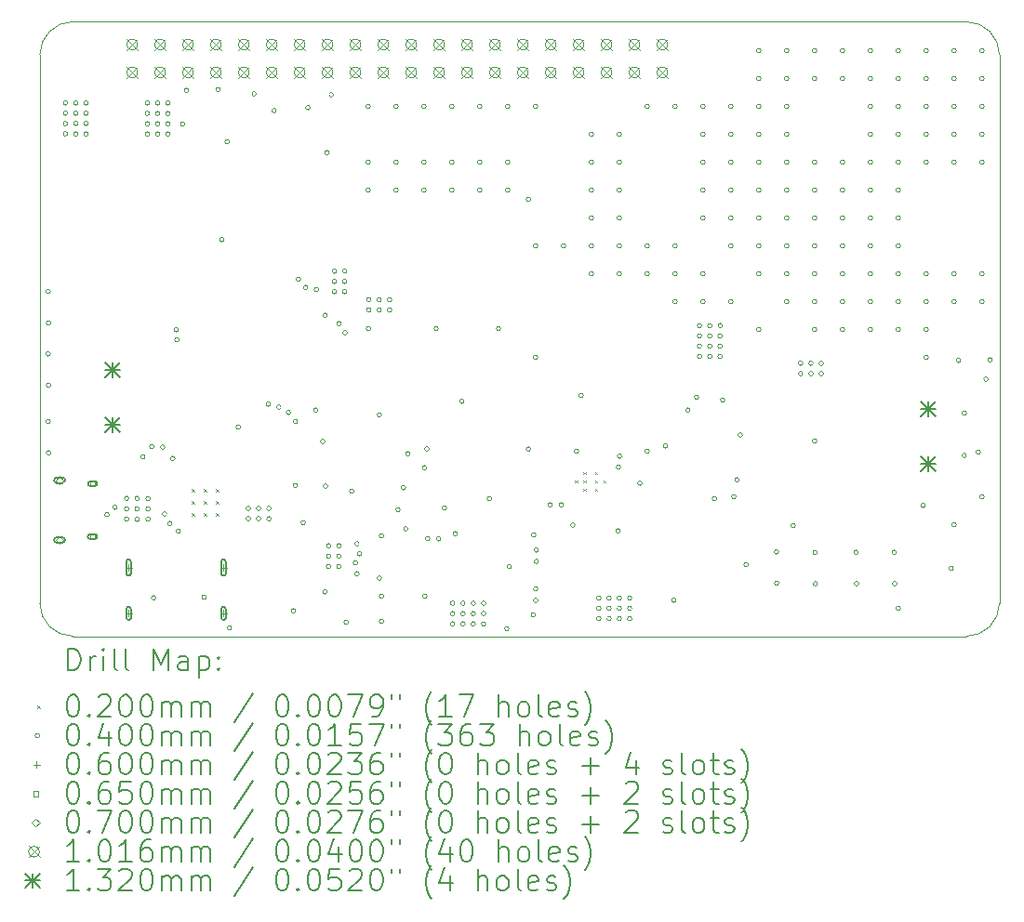
<source format=gbr>
%FSLAX45Y45*%
G04 Gerber Fmt 4.5, Leading zero omitted, Abs format (unit mm)*
G04 Created by KiCad (PCBNEW 6.0.1-79c1e3a40b~116~ubuntu20.04.1) date 2022-02-02 21:23:16*
%MOMM*%
%LPD*%
G01*
G04 APERTURE LIST*
%TA.AperFunction,Profile*%
%ADD10C,0.050000*%
%TD*%
%ADD11C,0.200000*%
%ADD12C,0.020000*%
%ADD13C,0.040000*%
%ADD14C,0.060000*%
%ADD15C,0.065000*%
%ADD16C,0.070000*%
%ADD17C,0.101600*%
%ADD18C,0.132000*%
G04 APERTURE END LIST*
D10*
X15075000Y-12340000D02*
G75*
G03*
X15375042Y-12039958I0J300042D01*
G01*
X15375042Y-12039958D02*
X15375083Y-7042500D01*
X15375083Y-7042500D02*
G75*
G03*
X15075042Y-6742458I-300042J0D01*
G01*
X15075042Y-6742458D02*
X6940042Y-6742458D01*
X6940042Y-6742458D02*
G75*
G03*
X6640000Y-7042500I0J-300042D01*
G01*
X6639958Y-12039958D02*
X6640000Y-7042500D01*
X6639958Y-12039958D02*
G75*
G03*
X6940000Y-12340000I300042J0D01*
G01*
X15075000Y-12340000D02*
X6940000Y-12340000D01*
D11*
D12*
X8023240Y-11000120D02*
X8043240Y-11020120D01*
X8043240Y-11000120D02*
X8023240Y-11020120D01*
X8023240Y-11110120D02*
X8043240Y-11130120D01*
X8043240Y-11110120D02*
X8023240Y-11130120D01*
X8023240Y-11220120D02*
X8043240Y-11240120D01*
X8043240Y-11220120D02*
X8023240Y-11240120D01*
X8133240Y-11000120D02*
X8153240Y-11020120D01*
X8153240Y-11000120D02*
X8133240Y-11020120D01*
X8133240Y-11110120D02*
X8153240Y-11130120D01*
X8153240Y-11110120D02*
X8133240Y-11130120D01*
X8133240Y-11220120D02*
X8153240Y-11240120D01*
X8153240Y-11220120D02*
X8133240Y-11240120D01*
X8243240Y-11000120D02*
X8263240Y-11020120D01*
X8263240Y-11000120D02*
X8243240Y-11020120D01*
X8243240Y-11110120D02*
X8263240Y-11130120D01*
X8263240Y-11110120D02*
X8243240Y-11130120D01*
X8243240Y-11220120D02*
X8263240Y-11240120D01*
X8263240Y-11220120D02*
X8243240Y-11240120D01*
X11512590Y-10919620D02*
X11532590Y-10939620D01*
X11532590Y-10919620D02*
X11512590Y-10939620D01*
X11587590Y-10842120D02*
X11607590Y-10862120D01*
X11607590Y-10842120D02*
X11587590Y-10862120D01*
X11587590Y-10919620D02*
X11607590Y-10939620D01*
X11607590Y-10919620D02*
X11587590Y-10939620D01*
X11587590Y-10997120D02*
X11607590Y-11017120D01*
X11607590Y-10997120D02*
X11587590Y-11017120D01*
X11692590Y-10842120D02*
X11712590Y-10862120D01*
X11712590Y-10842120D02*
X11692590Y-10862120D01*
X11692590Y-10919620D02*
X11712590Y-10939620D01*
X11712590Y-10919620D02*
X11692590Y-10939620D01*
X11692590Y-10997120D02*
X11712590Y-11017120D01*
X11712590Y-10997120D02*
X11692590Y-11017120D01*
X11767590Y-10919620D02*
X11787590Y-10939620D01*
X11787590Y-10919620D02*
X11767590Y-10939620D01*
D13*
X6735000Y-9200500D02*
G75*
G03*
X6735000Y-9200500I-20000J0D01*
G01*
X6735000Y-9768000D02*
G75*
G03*
X6735000Y-9768000I-20000J0D01*
G01*
X6735000Y-10383000D02*
G75*
G03*
X6735000Y-10383000I-20000J0D01*
G01*
X6739000Y-9486500D02*
G75*
G03*
X6739000Y-9486500I-20000J0D01*
G01*
X6739000Y-10054000D02*
G75*
G03*
X6739000Y-10054000I-20000J0D01*
G01*
X6739000Y-10669000D02*
G75*
G03*
X6739000Y-10669000I-20000J0D01*
G01*
X6892040Y-7482500D02*
G75*
G03*
X6892040Y-7482500I-20000J0D01*
G01*
X6892040Y-7576480D02*
G75*
G03*
X6892040Y-7576480I-20000J0D01*
G01*
X6892040Y-7670000D02*
G75*
G03*
X6892040Y-7670000I-20000J0D01*
G01*
X6892040Y-7763980D02*
G75*
G03*
X6892040Y-7763980I-20000J0D01*
G01*
X6986020Y-7482500D02*
G75*
G03*
X6986020Y-7482500I-20000J0D01*
G01*
X6986020Y-7576480D02*
G75*
G03*
X6986020Y-7576480I-20000J0D01*
G01*
X6986020Y-7670000D02*
G75*
G03*
X6986020Y-7670000I-20000J0D01*
G01*
X6986020Y-7763980D02*
G75*
G03*
X6986020Y-7763980I-20000J0D01*
G01*
X7080000Y-7482500D02*
G75*
G03*
X7080000Y-7482500I-20000J0D01*
G01*
X7080000Y-7576480D02*
G75*
G03*
X7080000Y-7576480I-20000J0D01*
G01*
X7080000Y-7670000D02*
G75*
G03*
X7080000Y-7670000I-20000J0D01*
G01*
X7080000Y-7763980D02*
G75*
G03*
X7080000Y-7763980I-20000J0D01*
G01*
X7270439Y-11232987D02*
G75*
G03*
X7270439Y-11232987I-20000J0D01*
G01*
X7344408Y-11165766D02*
G75*
G03*
X7344408Y-11165766I-20000J0D01*
G01*
X7450000Y-11083642D02*
G75*
G03*
X7450000Y-11083642I-20000J0D01*
G01*
X7450000Y-11178642D02*
G75*
G03*
X7450000Y-11178642I-20000J0D01*
G01*
X7450000Y-11273642D02*
G75*
G03*
X7450000Y-11273642I-20000J0D01*
G01*
X7545000Y-11085000D02*
G75*
G03*
X7545000Y-11085000I-20000J0D01*
G01*
X7545000Y-11180000D02*
G75*
G03*
X7545000Y-11180000I-20000J0D01*
G01*
X7545000Y-11275000D02*
G75*
G03*
X7545000Y-11275000I-20000J0D01*
G01*
X7597500Y-10705000D02*
G75*
G03*
X7597500Y-10705000I-20000J0D01*
G01*
X7637500Y-7483520D02*
G75*
G03*
X7637500Y-7483520I-20000J0D01*
G01*
X7637500Y-7577500D02*
G75*
G03*
X7637500Y-7577500I-20000J0D01*
G01*
X7637500Y-7671020D02*
G75*
G03*
X7637500Y-7671020I-20000J0D01*
G01*
X7637500Y-7765000D02*
G75*
G03*
X7637500Y-7765000I-20000J0D01*
G01*
X7645000Y-11085000D02*
G75*
G03*
X7645000Y-11085000I-20000J0D01*
G01*
X7645000Y-11180000D02*
G75*
G03*
X7645000Y-11180000I-20000J0D01*
G01*
X7645000Y-11275000D02*
G75*
G03*
X7645000Y-11275000I-20000J0D01*
G01*
X7677695Y-10612105D02*
G75*
G03*
X7677695Y-10612105I-20000J0D01*
G01*
X7695000Y-11990000D02*
G75*
G03*
X7695000Y-11990000I-20000J0D01*
G01*
X7731480Y-7483520D02*
G75*
G03*
X7731480Y-7483520I-20000J0D01*
G01*
X7731480Y-7577500D02*
G75*
G03*
X7731480Y-7577500I-20000J0D01*
G01*
X7731480Y-7671020D02*
G75*
G03*
X7731480Y-7671020I-20000J0D01*
G01*
X7731480Y-7765000D02*
G75*
G03*
X7731480Y-7765000I-20000J0D01*
G01*
X7777500Y-10617500D02*
G75*
G03*
X7777500Y-10617500I-20000J0D01*
G01*
X7794198Y-11226046D02*
G75*
G03*
X7794198Y-11226046I-20000J0D01*
G01*
X7825460Y-7483520D02*
G75*
G03*
X7825460Y-7483520I-20000J0D01*
G01*
X7825460Y-7577500D02*
G75*
G03*
X7825460Y-7577500I-20000J0D01*
G01*
X7825460Y-7671020D02*
G75*
G03*
X7825460Y-7671020I-20000J0D01*
G01*
X7825460Y-7765000D02*
G75*
G03*
X7825460Y-7765000I-20000J0D01*
G01*
X7843200Y-11313160D02*
G75*
G03*
X7843200Y-11313160I-20000J0D01*
G01*
X7870000Y-10720000D02*
G75*
G03*
X7870000Y-10720000I-20000J0D01*
G01*
X7900000Y-9549000D02*
G75*
G03*
X7900000Y-9549000I-20000J0D01*
G01*
X7907000Y-9639000D02*
G75*
G03*
X7907000Y-9639000I-20000J0D01*
G01*
X7919400Y-11384280D02*
G75*
G03*
X7919400Y-11384280I-20000J0D01*
G01*
X7960000Y-7675000D02*
G75*
G03*
X7960000Y-7675000I-20000J0D01*
G01*
X7994950Y-7366368D02*
G75*
G03*
X7994950Y-7366368I-20000J0D01*
G01*
X8155000Y-11985000D02*
G75*
G03*
X8155000Y-11985000I-20000J0D01*
G01*
X8283000Y-7360000D02*
G75*
G03*
X8283000Y-7360000I-20000J0D01*
G01*
X8316000Y-8726000D02*
G75*
G03*
X8316000Y-8726000I-20000J0D01*
G01*
X8365000Y-7834000D02*
G75*
G03*
X8365000Y-7834000I-20000J0D01*
G01*
X8385000Y-12265000D02*
G75*
G03*
X8385000Y-12265000I-20000J0D01*
G01*
X8466874Y-10434981D02*
G75*
G03*
X8466874Y-10434981I-20000J0D01*
G01*
X8556940Y-11176000D02*
G75*
G03*
X8556940Y-11176000I-20000J0D01*
G01*
X8556940Y-11269980D02*
G75*
G03*
X8556940Y-11269980I-20000J0D01*
G01*
X8610000Y-7400000D02*
G75*
G03*
X8610000Y-7400000I-20000J0D01*
G01*
X8650920Y-11176000D02*
G75*
G03*
X8650920Y-11176000I-20000J0D01*
G01*
X8650920Y-11269980D02*
G75*
G03*
X8650920Y-11269980I-20000J0D01*
G01*
X8738950Y-10226653D02*
G75*
G03*
X8738950Y-10226653I-20000J0D01*
G01*
X8744900Y-11176000D02*
G75*
G03*
X8744900Y-11176000I-20000J0D01*
G01*
X8744900Y-11269980D02*
G75*
G03*
X8744900Y-11269980I-20000J0D01*
G01*
X8792500Y-7552450D02*
G75*
G03*
X8792500Y-7552450I-20000J0D01*
G01*
X8835306Y-10253216D02*
G75*
G03*
X8835306Y-10253216I-20000J0D01*
G01*
X8922550Y-10301986D02*
G75*
G03*
X8922550Y-10301986I-20000J0D01*
G01*
X8967318Y-12107318D02*
G75*
G03*
X8967318Y-12107318I-20000J0D01*
G01*
X8985000Y-10967500D02*
G75*
G03*
X8985000Y-10967500I-20000J0D01*
G01*
X8986020Y-10383520D02*
G75*
G03*
X8986020Y-10383520I-20000J0D01*
G01*
X9013776Y-9087638D02*
G75*
G03*
X9013776Y-9087638I-20000J0D01*
G01*
X9057320Y-11305000D02*
G75*
G03*
X9057320Y-11305000I-20000J0D01*
G01*
X9080000Y-9162500D02*
G75*
G03*
X9080000Y-9162500I-20000J0D01*
G01*
X9100000Y-7525000D02*
G75*
G03*
X9100000Y-7525000I-20000J0D01*
G01*
X9170000Y-10280000D02*
G75*
G03*
X9170000Y-10280000I-20000J0D01*
G01*
X9177877Y-9182751D02*
G75*
G03*
X9177877Y-9182751I-20000J0D01*
G01*
X9235000Y-10565000D02*
G75*
G03*
X9235000Y-10565000I-20000J0D01*
G01*
X9255000Y-11935000D02*
G75*
G03*
X9255000Y-11935000I-20000J0D01*
G01*
X9257500Y-9416229D02*
G75*
G03*
X9257500Y-9416229I-20000J0D01*
G01*
X9260000Y-10972500D02*
G75*
G03*
X9260000Y-10972500I-20000J0D01*
G01*
X9272500Y-7935000D02*
G75*
G03*
X9272500Y-7935000I-20000J0D01*
G01*
X9288460Y-11516360D02*
G75*
G03*
X9288460Y-11516360I-20000J0D01*
G01*
X9288460Y-11610340D02*
G75*
G03*
X9288460Y-11610340I-20000J0D01*
G01*
X9288460Y-11704320D02*
G75*
G03*
X9288460Y-11704320I-20000J0D01*
G01*
X9312500Y-7407500D02*
G75*
G03*
X9312500Y-7407500I-20000J0D01*
G01*
X9341020Y-9014000D02*
G75*
G03*
X9341020Y-9014000I-20000J0D01*
G01*
X9341020Y-9107980D02*
G75*
G03*
X9341020Y-9107980I-20000J0D01*
G01*
X9341020Y-9201960D02*
G75*
G03*
X9341020Y-9201960I-20000J0D01*
G01*
X9382440Y-11516360D02*
G75*
G03*
X9382440Y-11516360I-20000J0D01*
G01*
X9382440Y-11610340D02*
G75*
G03*
X9382440Y-11610340I-20000J0D01*
G01*
X9382440Y-11704320D02*
G75*
G03*
X9382440Y-11704320I-20000J0D01*
G01*
X9382708Y-9491439D02*
G75*
G03*
X9382708Y-9491439I-20000J0D01*
G01*
X9435000Y-9014000D02*
G75*
G03*
X9435000Y-9014000I-20000J0D01*
G01*
X9435000Y-9107980D02*
G75*
G03*
X9435000Y-9107980I-20000J0D01*
G01*
X9435000Y-9201960D02*
G75*
G03*
X9435000Y-9201960I-20000J0D01*
G01*
X9437550Y-9575000D02*
G75*
G03*
X9437550Y-9575000I-20000J0D01*
G01*
X9448222Y-12214776D02*
G75*
G03*
X9448222Y-12214776I-20000J0D01*
G01*
X9498841Y-11019512D02*
G75*
G03*
X9498841Y-11019512I-20000J0D01*
G01*
X9532450Y-11671018D02*
G75*
G03*
X9532450Y-11671018I-20000J0D01*
G01*
X9546330Y-11770000D02*
G75*
G03*
X9546330Y-11770000I-20000J0D01*
G01*
X9546708Y-11497450D02*
G75*
G03*
X9546708Y-11497450I-20000J0D01*
G01*
X9570000Y-11590000D02*
G75*
G03*
X9570000Y-11590000I-20000J0D01*
G01*
X9647500Y-7512500D02*
G75*
G03*
X9647500Y-7512500I-20000J0D01*
G01*
X9647500Y-8020500D02*
G75*
G03*
X9647500Y-8020500I-20000J0D01*
G01*
X9647500Y-8274500D02*
G75*
G03*
X9647500Y-8274500I-20000J0D01*
G01*
X9652500Y-9537500D02*
G75*
G03*
X9652500Y-9537500I-20000J0D01*
G01*
X9654000Y-9274020D02*
G75*
G03*
X9654000Y-9274020I-20000J0D01*
G01*
X9654000Y-9368000D02*
G75*
G03*
X9654000Y-9368000I-20000J0D01*
G01*
X9747980Y-9274020D02*
G75*
G03*
X9747980Y-9274020I-20000J0D01*
G01*
X9747980Y-9368000D02*
G75*
G03*
X9747980Y-9368000I-20000J0D01*
G01*
X9750000Y-10322500D02*
G75*
G03*
X9750000Y-10322500I-20000J0D01*
G01*
X9750000Y-11810000D02*
G75*
G03*
X9750000Y-11810000I-20000J0D01*
G01*
X9769950Y-11977480D02*
G75*
G03*
X9769950Y-11977480I-20000J0D01*
G01*
X9770000Y-11425000D02*
G75*
G03*
X9770000Y-11425000I-20000J0D01*
G01*
X9770000Y-12202500D02*
G75*
G03*
X9770000Y-12202500I-20000J0D01*
G01*
X9841960Y-9274020D02*
G75*
G03*
X9841960Y-9274020I-20000J0D01*
G01*
X9841960Y-9368000D02*
G75*
G03*
X9841960Y-9368000I-20000J0D01*
G01*
X9901500Y-7512500D02*
G75*
G03*
X9901500Y-7512500I-20000J0D01*
G01*
X9901500Y-8020500D02*
G75*
G03*
X9901500Y-8020500I-20000J0D01*
G01*
X9901500Y-8274500D02*
G75*
G03*
X9901500Y-8274500I-20000J0D01*
G01*
X9920000Y-11187500D02*
G75*
G03*
X9920000Y-11187500I-20000J0D01*
G01*
X9969839Y-10987661D02*
G75*
G03*
X9969839Y-10987661I-20000J0D01*
G01*
X9990000Y-11362500D02*
G75*
G03*
X9990000Y-11362500I-20000J0D01*
G01*
X10010050Y-10677500D02*
G75*
G03*
X10010050Y-10677500I-20000J0D01*
G01*
X10155500Y-7512500D02*
G75*
G03*
X10155500Y-7512500I-20000J0D01*
G01*
X10155500Y-8020500D02*
G75*
G03*
X10155500Y-8020500I-20000J0D01*
G01*
X10155500Y-8274500D02*
G75*
G03*
X10155500Y-8274500I-20000J0D01*
G01*
X10159955Y-10804995D02*
G75*
G03*
X10159955Y-10804995I-20000J0D01*
G01*
X10165000Y-11975000D02*
G75*
G03*
X10165000Y-11975000I-20000J0D01*
G01*
X10182550Y-10635000D02*
G75*
G03*
X10182550Y-10635000I-20000J0D01*
G01*
X10189850Y-11452500D02*
G75*
G03*
X10189850Y-11452500I-20000J0D01*
G01*
X10267500Y-9537500D02*
G75*
G03*
X10267500Y-9537500I-20000J0D01*
G01*
X10289800Y-11452450D02*
G75*
G03*
X10289800Y-11452450I-20000J0D01*
G01*
X10342500Y-11170000D02*
G75*
G03*
X10342500Y-11170000I-20000J0D01*
G01*
X10409500Y-7512500D02*
G75*
G03*
X10409500Y-7512500I-20000J0D01*
G01*
X10409500Y-8020500D02*
G75*
G03*
X10409500Y-8020500I-20000J0D01*
G01*
X10409500Y-8274500D02*
G75*
G03*
X10409500Y-8274500I-20000J0D01*
G01*
X10417500Y-12039540D02*
G75*
G03*
X10417500Y-12039540I-20000J0D01*
G01*
X10417500Y-12133520D02*
G75*
G03*
X10417500Y-12133520I-20000J0D01*
G01*
X10417500Y-12227500D02*
G75*
G03*
X10417500Y-12227500I-20000J0D01*
G01*
X10440000Y-11405000D02*
G75*
G03*
X10440000Y-11405000I-20000J0D01*
G01*
X10502500Y-10200000D02*
G75*
G03*
X10502500Y-10200000I-20000J0D01*
G01*
X10511480Y-12039540D02*
G75*
G03*
X10511480Y-12039540I-20000J0D01*
G01*
X10511480Y-12133520D02*
G75*
G03*
X10511480Y-12133520I-20000J0D01*
G01*
X10511480Y-12227500D02*
G75*
G03*
X10511480Y-12227500I-20000J0D01*
G01*
X10605000Y-12039540D02*
G75*
G03*
X10605000Y-12039540I-20000J0D01*
G01*
X10605000Y-12133520D02*
G75*
G03*
X10605000Y-12133520I-20000J0D01*
G01*
X10605000Y-12227500D02*
G75*
G03*
X10605000Y-12227500I-20000J0D01*
G01*
X10663500Y-7512500D02*
G75*
G03*
X10663500Y-7512500I-20000J0D01*
G01*
X10663500Y-8020500D02*
G75*
G03*
X10663500Y-8020500I-20000J0D01*
G01*
X10663500Y-8274500D02*
G75*
G03*
X10663500Y-8274500I-20000J0D01*
G01*
X10698980Y-12039540D02*
G75*
G03*
X10698980Y-12039540I-20000J0D01*
G01*
X10698980Y-12133520D02*
G75*
G03*
X10698980Y-12133520I-20000J0D01*
G01*
X10698980Y-12227500D02*
G75*
G03*
X10698980Y-12227500I-20000J0D01*
G01*
X10752500Y-11087500D02*
G75*
G03*
X10752500Y-11087500I-20000J0D01*
G01*
X10835000Y-9537500D02*
G75*
G03*
X10835000Y-9537500I-20000J0D01*
G01*
X10910000Y-12270000D02*
G75*
G03*
X10910000Y-12270000I-20000J0D01*
G01*
X10917500Y-7512500D02*
G75*
G03*
X10917500Y-7512500I-20000J0D01*
G01*
X10917500Y-8020500D02*
G75*
G03*
X10917500Y-8020500I-20000J0D01*
G01*
X10917500Y-8274500D02*
G75*
G03*
X10917500Y-8274500I-20000J0D01*
G01*
X10932500Y-11705000D02*
G75*
G03*
X10932500Y-11705000I-20000J0D01*
G01*
X11107500Y-8362500D02*
G75*
G03*
X11107500Y-8362500I-20000J0D01*
G01*
X11107500Y-10635000D02*
G75*
G03*
X11107500Y-10635000I-20000J0D01*
G01*
X11151205Y-12146245D02*
G75*
G03*
X11151205Y-12146245I-20000J0D01*
G01*
X11155000Y-11415000D02*
G75*
G03*
X11155000Y-11415000I-20000J0D01*
G01*
X11171500Y-7512500D02*
G75*
G03*
X11171500Y-7512500I-20000J0D01*
G01*
X11171500Y-8782500D02*
G75*
G03*
X11171500Y-8782500I-20000J0D01*
G01*
X11171500Y-9798500D02*
G75*
G03*
X11171500Y-9798500I-20000J0D01*
G01*
X11172450Y-12013770D02*
G75*
G03*
X11172450Y-12013770I-20000J0D01*
G01*
X11172500Y-11910000D02*
G75*
G03*
X11172500Y-11910000I-20000J0D01*
G01*
X11179950Y-11658770D02*
G75*
G03*
X11179950Y-11658770I-20000J0D01*
G01*
X11180000Y-11555000D02*
G75*
G03*
X11180000Y-11555000I-20000J0D01*
G01*
X11303730Y-11142450D02*
G75*
G03*
X11303730Y-11142450I-20000J0D01*
G01*
X11407500Y-11142500D02*
G75*
G03*
X11407500Y-11142500I-20000J0D01*
G01*
X11425500Y-8782500D02*
G75*
G03*
X11425500Y-8782500I-20000J0D01*
G01*
X11511102Y-11327135D02*
G75*
G03*
X11511102Y-11327135I-20000J0D01*
G01*
X11545000Y-10655000D02*
G75*
G03*
X11545000Y-10655000I-20000J0D01*
G01*
X11587500Y-10147500D02*
G75*
G03*
X11587500Y-10147500I-20000J0D01*
G01*
X11679500Y-7766500D02*
G75*
G03*
X11679500Y-7766500I-20000J0D01*
G01*
X11679500Y-8020500D02*
G75*
G03*
X11679500Y-8020500I-20000J0D01*
G01*
X11679500Y-8274500D02*
G75*
G03*
X11679500Y-8274500I-20000J0D01*
G01*
X11679500Y-8528500D02*
G75*
G03*
X11679500Y-8528500I-20000J0D01*
G01*
X11679500Y-8782500D02*
G75*
G03*
X11679500Y-8782500I-20000J0D01*
G01*
X11679500Y-9036500D02*
G75*
G03*
X11679500Y-9036500I-20000J0D01*
G01*
X11747500Y-11992500D02*
G75*
G03*
X11747500Y-11992500I-20000J0D01*
G01*
X11747500Y-12086480D02*
G75*
G03*
X11747500Y-12086480I-20000J0D01*
G01*
X11747500Y-12180460D02*
G75*
G03*
X11747500Y-12180460I-20000J0D01*
G01*
X11841480Y-11992500D02*
G75*
G03*
X11841480Y-11992500I-20000J0D01*
G01*
X11841480Y-12086480D02*
G75*
G03*
X11841480Y-12086480I-20000J0D01*
G01*
X11841480Y-12180460D02*
G75*
G03*
X11841480Y-12180460I-20000J0D01*
G01*
X11923293Y-11380795D02*
G75*
G03*
X11923293Y-11380795I-20000J0D01*
G01*
X11926891Y-10799391D02*
G75*
G03*
X11926891Y-10799391I-20000J0D01*
G01*
X11933500Y-7766500D02*
G75*
G03*
X11933500Y-7766500I-20000J0D01*
G01*
X11933500Y-8020500D02*
G75*
G03*
X11933500Y-8020500I-20000J0D01*
G01*
X11933500Y-8274500D02*
G75*
G03*
X11933500Y-8274500I-20000J0D01*
G01*
X11933500Y-8528500D02*
G75*
G03*
X11933500Y-8528500I-20000J0D01*
G01*
X11933500Y-8782500D02*
G75*
G03*
X11933500Y-8782500I-20000J0D01*
G01*
X11933500Y-9036500D02*
G75*
G03*
X11933500Y-9036500I-20000J0D01*
G01*
X11935000Y-11992500D02*
G75*
G03*
X11935000Y-11992500I-20000J0D01*
G01*
X11935000Y-12086480D02*
G75*
G03*
X11935000Y-12086480I-20000J0D01*
G01*
X11935000Y-12180460D02*
G75*
G03*
X11935000Y-12180460I-20000J0D01*
G01*
X11937164Y-10699970D02*
G75*
G03*
X11937164Y-10699970I-20000J0D01*
G01*
X12028980Y-11992500D02*
G75*
G03*
X12028980Y-11992500I-20000J0D01*
G01*
X12028980Y-12086480D02*
G75*
G03*
X12028980Y-12086480I-20000J0D01*
G01*
X12028980Y-12180460D02*
G75*
G03*
X12028980Y-12180460I-20000J0D01*
G01*
X12122204Y-10945555D02*
G75*
G03*
X12122204Y-10945555I-20000J0D01*
G01*
X12187500Y-7512500D02*
G75*
G03*
X12187500Y-7512500I-20000J0D01*
G01*
X12187500Y-8782500D02*
G75*
G03*
X12187500Y-8782500I-20000J0D01*
G01*
X12187500Y-9036500D02*
G75*
G03*
X12187500Y-9036500I-20000J0D01*
G01*
X12187500Y-10654999D02*
G75*
G03*
X12187500Y-10654999I-20000J0D01*
G01*
X12355000Y-10607500D02*
G75*
G03*
X12355000Y-10607500I-20000J0D01*
G01*
X12431000Y-12011000D02*
G75*
G03*
X12431000Y-12011000I-20000J0D01*
G01*
X12441500Y-7512500D02*
G75*
G03*
X12441500Y-7512500I-20000J0D01*
G01*
X12441500Y-8782500D02*
G75*
G03*
X12441500Y-8782500I-20000J0D01*
G01*
X12441500Y-9036500D02*
G75*
G03*
X12441500Y-9036500I-20000J0D01*
G01*
X12441500Y-9290500D02*
G75*
G03*
X12441500Y-9290500I-20000J0D01*
G01*
X12560000Y-10280000D02*
G75*
G03*
X12560000Y-10280000I-20000J0D01*
G01*
X12637500Y-10162500D02*
G75*
G03*
X12637500Y-10162500I-20000J0D01*
G01*
X12664540Y-9510000D02*
G75*
G03*
X12664540Y-9510000I-20000J0D01*
G01*
X12664540Y-9603980D02*
G75*
G03*
X12664540Y-9603980I-20000J0D01*
G01*
X12664540Y-9697500D02*
G75*
G03*
X12664540Y-9697500I-20000J0D01*
G01*
X12664540Y-9791480D02*
G75*
G03*
X12664540Y-9791480I-20000J0D01*
G01*
X12695500Y-7512500D02*
G75*
G03*
X12695500Y-7512500I-20000J0D01*
G01*
X12695500Y-7766500D02*
G75*
G03*
X12695500Y-7766500I-20000J0D01*
G01*
X12695500Y-8020500D02*
G75*
G03*
X12695500Y-8020500I-20000J0D01*
G01*
X12695500Y-8274500D02*
G75*
G03*
X12695500Y-8274500I-20000J0D01*
G01*
X12695500Y-8528500D02*
G75*
G03*
X12695500Y-8528500I-20000J0D01*
G01*
X12695500Y-9036500D02*
G75*
G03*
X12695500Y-9036500I-20000J0D01*
G01*
X12695500Y-9290500D02*
G75*
G03*
X12695500Y-9290500I-20000J0D01*
G01*
X12758520Y-9510000D02*
G75*
G03*
X12758520Y-9510000I-20000J0D01*
G01*
X12758520Y-9603980D02*
G75*
G03*
X12758520Y-9603980I-20000J0D01*
G01*
X12758520Y-9697500D02*
G75*
G03*
X12758520Y-9697500I-20000J0D01*
G01*
X12758520Y-9791480D02*
G75*
G03*
X12758520Y-9791480I-20000J0D01*
G01*
X12801000Y-11084850D02*
G75*
G03*
X12801000Y-11084850I-20000J0D01*
G01*
X12852500Y-9510000D02*
G75*
G03*
X12852500Y-9510000I-20000J0D01*
G01*
X12852500Y-9603980D02*
G75*
G03*
X12852500Y-9603980I-20000J0D01*
G01*
X12852500Y-9697500D02*
G75*
G03*
X12852500Y-9697500I-20000J0D01*
G01*
X12852500Y-9791480D02*
G75*
G03*
X12852500Y-9791480I-20000J0D01*
G01*
X12874750Y-10187250D02*
G75*
G03*
X12874750Y-10187250I-20000J0D01*
G01*
X12949500Y-7512500D02*
G75*
G03*
X12949500Y-7512500I-20000J0D01*
G01*
X12949500Y-7766500D02*
G75*
G03*
X12949500Y-7766500I-20000J0D01*
G01*
X12949500Y-8020500D02*
G75*
G03*
X12949500Y-8020500I-20000J0D01*
G01*
X12949500Y-8274500D02*
G75*
G03*
X12949500Y-8274500I-20000J0D01*
G01*
X12949500Y-8528500D02*
G75*
G03*
X12949500Y-8528500I-20000J0D01*
G01*
X12949500Y-8782500D02*
G75*
G03*
X12949500Y-8782500I-20000J0D01*
G01*
X12949500Y-9290500D02*
G75*
G03*
X12949500Y-9290500I-20000J0D01*
G01*
X12977500Y-11067500D02*
G75*
G03*
X12977500Y-11067500I-20000J0D01*
G01*
X13005000Y-10915000D02*
G75*
G03*
X13005000Y-10915000I-20000J0D01*
G01*
X13035000Y-10507500D02*
G75*
G03*
X13035000Y-10507500I-20000J0D01*
G01*
X13090000Y-11687500D02*
G75*
G03*
X13090000Y-11687500I-20000J0D01*
G01*
X13203500Y-7004500D02*
G75*
G03*
X13203500Y-7004500I-20000J0D01*
G01*
X13203500Y-7258500D02*
G75*
G03*
X13203500Y-7258500I-20000J0D01*
G01*
X13203500Y-7512500D02*
G75*
G03*
X13203500Y-7512500I-20000J0D01*
G01*
X13203500Y-7766500D02*
G75*
G03*
X13203500Y-7766500I-20000J0D01*
G01*
X13203500Y-8020500D02*
G75*
G03*
X13203500Y-8020500I-20000J0D01*
G01*
X13203500Y-8274500D02*
G75*
G03*
X13203500Y-8274500I-20000J0D01*
G01*
X13203500Y-8528500D02*
G75*
G03*
X13203500Y-8528500I-20000J0D01*
G01*
X13203500Y-8782500D02*
G75*
G03*
X13203500Y-8782500I-20000J0D01*
G01*
X13203500Y-9036500D02*
G75*
G03*
X13203500Y-9036500I-20000J0D01*
G01*
X13203500Y-9544500D02*
G75*
G03*
X13203500Y-9544500I-20000J0D01*
G01*
X13365000Y-11572500D02*
G75*
G03*
X13365000Y-11572500I-20000J0D01*
G01*
X13367500Y-11855000D02*
G75*
G03*
X13367500Y-11855000I-20000J0D01*
G01*
X13457500Y-7004500D02*
G75*
G03*
X13457500Y-7004500I-20000J0D01*
G01*
X13457500Y-7258500D02*
G75*
G03*
X13457500Y-7258500I-20000J0D01*
G01*
X13457500Y-7512500D02*
G75*
G03*
X13457500Y-7512500I-20000J0D01*
G01*
X13457500Y-7766500D02*
G75*
G03*
X13457500Y-7766500I-20000J0D01*
G01*
X13457500Y-8020500D02*
G75*
G03*
X13457500Y-8020500I-20000J0D01*
G01*
X13457500Y-8274500D02*
G75*
G03*
X13457500Y-8274500I-20000J0D01*
G01*
X13457500Y-8528500D02*
G75*
G03*
X13457500Y-8528500I-20000J0D01*
G01*
X13457500Y-8782500D02*
G75*
G03*
X13457500Y-8782500I-20000J0D01*
G01*
X13457500Y-9036500D02*
G75*
G03*
X13457500Y-9036500I-20000J0D01*
G01*
X13457500Y-9290500D02*
G75*
G03*
X13457500Y-9290500I-20000J0D01*
G01*
X13517500Y-11332500D02*
G75*
G03*
X13517500Y-11332500I-20000J0D01*
G01*
X13585000Y-9853520D02*
G75*
G03*
X13585000Y-9853520I-20000J0D01*
G01*
X13585000Y-9947500D02*
G75*
G03*
X13585000Y-9947500I-20000J0D01*
G01*
X13678980Y-9853520D02*
G75*
G03*
X13678980Y-9853520I-20000J0D01*
G01*
X13678980Y-9947500D02*
G75*
G03*
X13678980Y-9947500I-20000J0D01*
G01*
X13711500Y-7004500D02*
G75*
G03*
X13711500Y-7004500I-20000J0D01*
G01*
X13711500Y-7258500D02*
G75*
G03*
X13711500Y-7258500I-20000J0D01*
G01*
X13711500Y-8020500D02*
G75*
G03*
X13711500Y-8020500I-20000J0D01*
G01*
X13711500Y-8274500D02*
G75*
G03*
X13711500Y-8274500I-20000J0D01*
G01*
X13711500Y-8528500D02*
G75*
G03*
X13711500Y-8528500I-20000J0D01*
G01*
X13711500Y-8782500D02*
G75*
G03*
X13711500Y-8782500I-20000J0D01*
G01*
X13711500Y-9036500D02*
G75*
G03*
X13711500Y-9036500I-20000J0D01*
G01*
X13711500Y-9290500D02*
G75*
G03*
X13711500Y-9290500I-20000J0D01*
G01*
X13711500Y-9544500D02*
G75*
G03*
X13711500Y-9544500I-20000J0D01*
G01*
X13711500Y-10560500D02*
G75*
G03*
X13711500Y-10560500I-20000J0D01*
G01*
X13716000Y-11576000D02*
G75*
G03*
X13716000Y-11576000I-20000J0D01*
G01*
X13720000Y-11862000D02*
G75*
G03*
X13720000Y-11862000I-20000J0D01*
G01*
X13772960Y-9853520D02*
G75*
G03*
X13772960Y-9853520I-20000J0D01*
G01*
X13772960Y-9947500D02*
G75*
G03*
X13772960Y-9947500I-20000J0D01*
G01*
X13965500Y-7004500D02*
G75*
G03*
X13965500Y-7004500I-20000J0D01*
G01*
X13965500Y-7258500D02*
G75*
G03*
X13965500Y-7258500I-20000J0D01*
G01*
X13965500Y-8020500D02*
G75*
G03*
X13965500Y-8020500I-20000J0D01*
G01*
X13965500Y-8274500D02*
G75*
G03*
X13965500Y-8274500I-20000J0D01*
G01*
X13965500Y-8528500D02*
G75*
G03*
X13965500Y-8528500I-20000J0D01*
G01*
X13965500Y-8782500D02*
G75*
G03*
X13965500Y-8782500I-20000J0D01*
G01*
X13965500Y-9036500D02*
G75*
G03*
X13965500Y-9036500I-20000J0D01*
G01*
X13965500Y-9290500D02*
G75*
G03*
X13965500Y-9290500I-20000J0D01*
G01*
X13965500Y-9544500D02*
G75*
G03*
X13965500Y-9544500I-20000J0D01*
G01*
X14090000Y-11576000D02*
G75*
G03*
X14090000Y-11576000I-20000J0D01*
G01*
X14094000Y-11862000D02*
G75*
G03*
X14094000Y-11862000I-20000J0D01*
G01*
X14219500Y-7004500D02*
G75*
G03*
X14219500Y-7004500I-20000J0D01*
G01*
X14219500Y-7258500D02*
G75*
G03*
X14219500Y-7258500I-20000J0D01*
G01*
X14219500Y-7512500D02*
G75*
G03*
X14219500Y-7512500I-20000J0D01*
G01*
X14219500Y-7766500D02*
G75*
G03*
X14219500Y-7766500I-20000J0D01*
G01*
X14219500Y-8020500D02*
G75*
G03*
X14219500Y-8020500I-20000J0D01*
G01*
X14219500Y-8274500D02*
G75*
G03*
X14219500Y-8274500I-20000J0D01*
G01*
X14219500Y-8528500D02*
G75*
G03*
X14219500Y-8528500I-20000J0D01*
G01*
X14219500Y-8782500D02*
G75*
G03*
X14219500Y-8782500I-20000J0D01*
G01*
X14219500Y-9036500D02*
G75*
G03*
X14219500Y-9036500I-20000J0D01*
G01*
X14219500Y-9290500D02*
G75*
G03*
X14219500Y-9290500I-20000J0D01*
G01*
X14219500Y-9544500D02*
G75*
G03*
X14219500Y-9544500I-20000J0D01*
G01*
X14437000Y-11576000D02*
G75*
G03*
X14437000Y-11576000I-20000J0D01*
G01*
X14441000Y-11862000D02*
G75*
G03*
X14441000Y-11862000I-20000J0D01*
G01*
X14473500Y-7004500D02*
G75*
G03*
X14473500Y-7004500I-20000J0D01*
G01*
X14473500Y-7258500D02*
G75*
G03*
X14473500Y-7258500I-20000J0D01*
G01*
X14473500Y-7512500D02*
G75*
G03*
X14473500Y-7512500I-20000J0D01*
G01*
X14473500Y-7766500D02*
G75*
G03*
X14473500Y-7766500I-20000J0D01*
G01*
X14473500Y-8020500D02*
G75*
G03*
X14473500Y-8020500I-20000J0D01*
G01*
X14473500Y-8274500D02*
G75*
G03*
X14473500Y-8274500I-20000J0D01*
G01*
X14473500Y-8528500D02*
G75*
G03*
X14473500Y-8528500I-20000J0D01*
G01*
X14473500Y-8782500D02*
G75*
G03*
X14473500Y-8782500I-20000J0D01*
G01*
X14473500Y-9036500D02*
G75*
G03*
X14473500Y-9036500I-20000J0D01*
G01*
X14473500Y-9290500D02*
G75*
G03*
X14473500Y-9290500I-20000J0D01*
G01*
X14473500Y-9544500D02*
G75*
G03*
X14473500Y-9544500I-20000J0D01*
G01*
X14473500Y-12084500D02*
G75*
G03*
X14473500Y-12084500I-20000J0D01*
G01*
X14700000Y-11150000D02*
G75*
G03*
X14700000Y-11150000I-20000J0D01*
G01*
X14727500Y-7004500D02*
G75*
G03*
X14727500Y-7004500I-20000J0D01*
G01*
X14727500Y-7258500D02*
G75*
G03*
X14727500Y-7258500I-20000J0D01*
G01*
X14727500Y-7512500D02*
G75*
G03*
X14727500Y-7512500I-20000J0D01*
G01*
X14727500Y-7766500D02*
G75*
G03*
X14727500Y-7766500I-20000J0D01*
G01*
X14727500Y-8020500D02*
G75*
G03*
X14727500Y-8020500I-20000J0D01*
G01*
X14727500Y-9036500D02*
G75*
G03*
X14727500Y-9036500I-20000J0D01*
G01*
X14727500Y-9290500D02*
G75*
G03*
X14727500Y-9290500I-20000J0D01*
G01*
X14727500Y-9544500D02*
G75*
G03*
X14727500Y-9544500I-20000J0D01*
G01*
X14727500Y-9798500D02*
G75*
G03*
X14727500Y-9798500I-20000J0D01*
G01*
X14955000Y-11722500D02*
G75*
G03*
X14955000Y-11722500I-20000J0D01*
G01*
X14981500Y-7004500D02*
G75*
G03*
X14981500Y-7004500I-20000J0D01*
G01*
X14981500Y-7258500D02*
G75*
G03*
X14981500Y-7258500I-20000J0D01*
G01*
X14981500Y-7512500D02*
G75*
G03*
X14981500Y-7512500I-20000J0D01*
G01*
X14981500Y-7766500D02*
G75*
G03*
X14981500Y-7766500I-20000J0D01*
G01*
X14981500Y-8020500D02*
G75*
G03*
X14981500Y-8020500I-20000J0D01*
G01*
X14981500Y-9036500D02*
G75*
G03*
X14981500Y-9036500I-20000J0D01*
G01*
X14981500Y-9290500D02*
G75*
G03*
X14981500Y-9290500I-20000J0D01*
G01*
X14981500Y-11322500D02*
G75*
G03*
X14981500Y-11322500I-20000J0D01*
G01*
X15023000Y-9827000D02*
G75*
G03*
X15023000Y-9827000I-20000J0D01*
G01*
X15075000Y-10309000D02*
G75*
G03*
X15075000Y-10309000I-20000J0D01*
G01*
X15075000Y-10693000D02*
G75*
G03*
X15075000Y-10693000I-20000J0D01*
G01*
X15200875Y-10663496D02*
G75*
G03*
X15200875Y-10663496I-20000J0D01*
G01*
X15235500Y-7004500D02*
G75*
G03*
X15235500Y-7004500I-20000J0D01*
G01*
X15235500Y-7258500D02*
G75*
G03*
X15235500Y-7258500I-20000J0D01*
G01*
X15235500Y-7512500D02*
G75*
G03*
X15235500Y-7512500I-20000J0D01*
G01*
X15235500Y-7766500D02*
G75*
G03*
X15235500Y-7766500I-20000J0D01*
G01*
X15235500Y-8020500D02*
G75*
G03*
X15235500Y-8020500I-20000J0D01*
G01*
X15235500Y-9036500D02*
G75*
G03*
X15235500Y-9036500I-20000J0D01*
G01*
X15235500Y-9290500D02*
G75*
G03*
X15235500Y-9290500I-20000J0D01*
G01*
X15235500Y-11068500D02*
G75*
G03*
X15235500Y-11068500I-20000J0D01*
G01*
X15273000Y-9998000D02*
G75*
G03*
X15273000Y-9998000I-20000J0D01*
G01*
X15309000Y-9823000D02*
G75*
G03*
X15309000Y-9823000I-20000J0D01*
G01*
D14*
X7447080Y-11684520D02*
X7447080Y-11744520D01*
X7417080Y-11714520D02*
X7477080Y-11714520D01*
D11*
X7467080Y-11769520D02*
X7467080Y-11659520D01*
X7427080Y-11769520D02*
X7427080Y-11659520D01*
X7467080Y-11659520D02*
G75*
G03*
X7427080Y-11659520I-20000J0D01*
G01*
X7427080Y-11769520D02*
G75*
G03*
X7467080Y-11769520I20000J0D01*
G01*
D14*
X7447080Y-12101520D02*
X7447080Y-12161520D01*
X7417080Y-12131520D02*
X7477080Y-12131520D01*
D11*
X7467080Y-12171520D02*
X7467080Y-12091520D01*
X7427080Y-12171520D02*
X7427080Y-12091520D01*
X7467080Y-12091520D02*
G75*
G03*
X7427080Y-12091520I-20000J0D01*
G01*
X7427080Y-12171520D02*
G75*
G03*
X7467080Y-12171520I20000J0D01*
G01*
D14*
X8311080Y-11684520D02*
X8311080Y-11744520D01*
X8281080Y-11714520D02*
X8341080Y-11714520D01*
D11*
X8331080Y-11769520D02*
X8331080Y-11659520D01*
X8291080Y-11769520D02*
X8291080Y-11659520D01*
X8331080Y-11659520D02*
G75*
G03*
X8291080Y-11659520I-20000J0D01*
G01*
X8291080Y-11769520D02*
G75*
G03*
X8331080Y-11769520I20000J0D01*
G01*
D14*
X8311080Y-12101520D02*
X8311080Y-12161520D01*
X8281080Y-12131520D02*
X8341080Y-12131520D01*
D11*
X8331080Y-12171520D02*
X8331080Y-12091520D01*
X8291080Y-12171520D02*
X8291080Y-12091520D01*
X8331080Y-12091520D02*
G75*
G03*
X8291080Y-12091520I-20000J0D01*
G01*
X8291080Y-12171520D02*
G75*
G03*
X8331080Y-12171520I20000J0D01*
G01*
D15*
X7141941Y-10972221D02*
X7141941Y-10926259D01*
X7095979Y-10926259D01*
X7095979Y-10972221D01*
X7141941Y-10972221D01*
D11*
X7098960Y-10971740D02*
X7138960Y-10971740D01*
X7098960Y-10926740D02*
X7138960Y-10926740D01*
X7138960Y-10971740D02*
G75*
G03*
X7138960Y-10926740I0J22500D01*
G01*
X7098960Y-10926740D02*
G75*
G03*
X7098960Y-10971740I0J-22500D01*
G01*
D15*
X7141941Y-11456221D02*
X7141941Y-11410259D01*
X7095979Y-11410259D01*
X7095979Y-11456221D01*
X7141941Y-11456221D01*
D11*
X7098960Y-11455740D02*
X7138960Y-11455740D01*
X7098960Y-11410740D02*
X7138960Y-11410740D01*
X7138960Y-11455740D02*
G75*
G03*
X7138960Y-11410740I0J22500D01*
G01*
X7098960Y-11410740D02*
G75*
G03*
X7098960Y-11455740I0J-22500D01*
G01*
D16*
X6818960Y-10953240D02*
X6853960Y-10918240D01*
X6818960Y-10883240D01*
X6783960Y-10918240D01*
X6818960Y-10953240D01*
D11*
X6793960Y-10943240D02*
X6843960Y-10943240D01*
X6793960Y-10893240D02*
X6843960Y-10893240D01*
X6843960Y-10943240D02*
G75*
G03*
X6843960Y-10893240I0J25000D01*
G01*
X6793960Y-10893240D02*
G75*
G03*
X6793960Y-10943240I0J-25000D01*
G01*
D16*
X6818960Y-11499240D02*
X6853960Y-11464240D01*
X6818960Y-11429240D01*
X6783960Y-11464240D01*
X6818960Y-11499240D01*
D11*
X6793960Y-11489240D02*
X6843960Y-11489240D01*
X6793960Y-11439240D02*
X6843960Y-11439240D01*
X6843960Y-11489240D02*
G75*
G03*
X6843960Y-11439240I0J25000D01*
G01*
X6793960Y-11439240D02*
G75*
G03*
X6793960Y-11489240I0J-25000D01*
G01*
D17*
X7429400Y-6899200D02*
X7531000Y-7000800D01*
X7531000Y-6899200D02*
X7429400Y-7000800D01*
X7531000Y-6950000D02*
G75*
G03*
X7531000Y-6950000I-50800J0D01*
G01*
X7429400Y-7153200D02*
X7531000Y-7254800D01*
X7531000Y-7153200D02*
X7429400Y-7254800D01*
X7531000Y-7204000D02*
G75*
G03*
X7531000Y-7204000I-50800J0D01*
G01*
X7683400Y-6899200D02*
X7785000Y-7000800D01*
X7785000Y-6899200D02*
X7683400Y-7000800D01*
X7785000Y-6950000D02*
G75*
G03*
X7785000Y-6950000I-50800J0D01*
G01*
X7683400Y-7153200D02*
X7785000Y-7254800D01*
X7785000Y-7153200D02*
X7683400Y-7254800D01*
X7785000Y-7204000D02*
G75*
G03*
X7785000Y-7204000I-50800J0D01*
G01*
X7937400Y-6899200D02*
X8039000Y-7000800D01*
X8039000Y-6899200D02*
X7937400Y-7000800D01*
X8039000Y-6950000D02*
G75*
G03*
X8039000Y-6950000I-50800J0D01*
G01*
X7937400Y-7153200D02*
X8039000Y-7254800D01*
X8039000Y-7153200D02*
X7937400Y-7254800D01*
X8039000Y-7204000D02*
G75*
G03*
X8039000Y-7204000I-50800J0D01*
G01*
X8191400Y-6899200D02*
X8293000Y-7000800D01*
X8293000Y-6899200D02*
X8191400Y-7000800D01*
X8293000Y-6950000D02*
G75*
G03*
X8293000Y-6950000I-50800J0D01*
G01*
X8191400Y-7153200D02*
X8293000Y-7254800D01*
X8293000Y-7153200D02*
X8191400Y-7254800D01*
X8293000Y-7204000D02*
G75*
G03*
X8293000Y-7204000I-50800J0D01*
G01*
X8445400Y-6899200D02*
X8547000Y-7000800D01*
X8547000Y-6899200D02*
X8445400Y-7000800D01*
X8547000Y-6950000D02*
G75*
G03*
X8547000Y-6950000I-50800J0D01*
G01*
X8445400Y-7153200D02*
X8547000Y-7254800D01*
X8547000Y-7153200D02*
X8445400Y-7254800D01*
X8547000Y-7204000D02*
G75*
G03*
X8547000Y-7204000I-50800J0D01*
G01*
X8699400Y-6899200D02*
X8801000Y-7000800D01*
X8801000Y-6899200D02*
X8699400Y-7000800D01*
X8801000Y-6950000D02*
G75*
G03*
X8801000Y-6950000I-50800J0D01*
G01*
X8699400Y-7153200D02*
X8801000Y-7254800D01*
X8801000Y-7153200D02*
X8699400Y-7254800D01*
X8801000Y-7204000D02*
G75*
G03*
X8801000Y-7204000I-50800J0D01*
G01*
X8953400Y-6899200D02*
X9055000Y-7000800D01*
X9055000Y-6899200D02*
X8953400Y-7000800D01*
X9055000Y-6950000D02*
G75*
G03*
X9055000Y-6950000I-50800J0D01*
G01*
X8953400Y-7153200D02*
X9055000Y-7254800D01*
X9055000Y-7153200D02*
X8953400Y-7254800D01*
X9055000Y-7204000D02*
G75*
G03*
X9055000Y-7204000I-50800J0D01*
G01*
X9207400Y-6899200D02*
X9309000Y-7000800D01*
X9309000Y-6899200D02*
X9207400Y-7000800D01*
X9309000Y-6950000D02*
G75*
G03*
X9309000Y-6950000I-50800J0D01*
G01*
X9207400Y-7153200D02*
X9309000Y-7254800D01*
X9309000Y-7153200D02*
X9207400Y-7254800D01*
X9309000Y-7204000D02*
G75*
G03*
X9309000Y-7204000I-50800J0D01*
G01*
X9461400Y-6899200D02*
X9563000Y-7000800D01*
X9563000Y-6899200D02*
X9461400Y-7000800D01*
X9563000Y-6950000D02*
G75*
G03*
X9563000Y-6950000I-50800J0D01*
G01*
X9461400Y-7153200D02*
X9563000Y-7254800D01*
X9563000Y-7153200D02*
X9461400Y-7254800D01*
X9563000Y-7204000D02*
G75*
G03*
X9563000Y-7204000I-50800J0D01*
G01*
X9715400Y-6899200D02*
X9817000Y-7000800D01*
X9817000Y-6899200D02*
X9715400Y-7000800D01*
X9817000Y-6950000D02*
G75*
G03*
X9817000Y-6950000I-50800J0D01*
G01*
X9715400Y-7153200D02*
X9817000Y-7254800D01*
X9817000Y-7153200D02*
X9715400Y-7254800D01*
X9817000Y-7204000D02*
G75*
G03*
X9817000Y-7204000I-50800J0D01*
G01*
X9969400Y-6899200D02*
X10071000Y-7000800D01*
X10071000Y-6899200D02*
X9969400Y-7000800D01*
X10071000Y-6950000D02*
G75*
G03*
X10071000Y-6950000I-50800J0D01*
G01*
X9969400Y-7153200D02*
X10071000Y-7254800D01*
X10071000Y-7153200D02*
X9969400Y-7254800D01*
X10071000Y-7204000D02*
G75*
G03*
X10071000Y-7204000I-50800J0D01*
G01*
X10223400Y-6899200D02*
X10325000Y-7000800D01*
X10325000Y-6899200D02*
X10223400Y-7000800D01*
X10325000Y-6950000D02*
G75*
G03*
X10325000Y-6950000I-50800J0D01*
G01*
X10223400Y-7153200D02*
X10325000Y-7254800D01*
X10325000Y-7153200D02*
X10223400Y-7254800D01*
X10325000Y-7204000D02*
G75*
G03*
X10325000Y-7204000I-50800J0D01*
G01*
X10477400Y-6899200D02*
X10579000Y-7000800D01*
X10579000Y-6899200D02*
X10477400Y-7000800D01*
X10579000Y-6950000D02*
G75*
G03*
X10579000Y-6950000I-50800J0D01*
G01*
X10477400Y-7153200D02*
X10579000Y-7254800D01*
X10579000Y-7153200D02*
X10477400Y-7254800D01*
X10579000Y-7204000D02*
G75*
G03*
X10579000Y-7204000I-50800J0D01*
G01*
X10731400Y-6899200D02*
X10833000Y-7000800D01*
X10833000Y-6899200D02*
X10731400Y-7000800D01*
X10833000Y-6950000D02*
G75*
G03*
X10833000Y-6950000I-50800J0D01*
G01*
X10731400Y-7153200D02*
X10833000Y-7254800D01*
X10833000Y-7153200D02*
X10731400Y-7254800D01*
X10833000Y-7204000D02*
G75*
G03*
X10833000Y-7204000I-50800J0D01*
G01*
X10985400Y-6899200D02*
X11087000Y-7000800D01*
X11087000Y-6899200D02*
X10985400Y-7000800D01*
X11087000Y-6950000D02*
G75*
G03*
X11087000Y-6950000I-50800J0D01*
G01*
X10985400Y-7153200D02*
X11087000Y-7254800D01*
X11087000Y-7153200D02*
X10985400Y-7254800D01*
X11087000Y-7204000D02*
G75*
G03*
X11087000Y-7204000I-50800J0D01*
G01*
X11239400Y-6899200D02*
X11341000Y-7000800D01*
X11341000Y-6899200D02*
X11239400Y-7000800D01*
X11341000Y-6950000D02*
G75*
G03*
X11341000Y-6950000I-50800J0D01*
G01*
X11239400Y-7153200D02*
X11341000Y-7254800D01*
X11341000Y-7153200D02*
X11239400Y-7254800D01*
X11341000Y-7204000D02*
G75*
G03*
X11341000Y-7204000I-50800J0D01*
G01*
X11493400Y-6899200D02*
X11595000Y-7000800D01*
X11595000Y-6899200D02*
X11493400Y-7000800D01*
X11595000Y-6950000D02*
G75*
G03*
X11595000Y-6950000I-50800J0D01*
G01*
X11493400Y-7153200D02*
X11595000Y-7254800D01*
X11595000Y-7153200D02*
X11493400Y-7254800D01*
X11595000Y-7204000D02*
G75*
G03*
X11595000Y-7204000I-50800J0D01*
G01*
X11747400Y-6899200D02*
X11849000Y-7000800D01*
X11849000Y-6899200D02*
X11747400Y-7000800D01*
X11849000Y-6950000D02*
G75*
G03*
X11849000Y-6950000I-50800J0D01*
G01*
X11747400Y-7153200D02*
X11849000Y-7254800D01*
X11849000Y-7153200D02*
X11747400Y-7254800D01*
X11849000Y-7204000D02*
G75*
G03*
X11849000Y-7204000I-50800J0D01*
G01*
X12001400Y-6899200D02*
X12103000Y-7000800D01*
X12103000Y-6899200D02*
X12001400Y-7000800D01*
X12103000Y-6950000D02*
G75*
G03*
X12103000Y-6950000I-50800J0D01*
G01*
X12001400Y-7153200D02*
X12103000Y-7254800D01*
X12103000Y-7153200D02*
X12001400Y-7254800D01*
X12103000Y-7204000D02*
G75*
G03*
X12103000Y-7204000I-50800J0D01*
G01*
X12255400Y-6899200D02*
X12357000Y-7000800D01*
X12357000Y-6899200D02*
X12255400Y-7000800D01*
X12357000Y-6950000D02*
G75*
G03*
X12357000Y-6950000I-50800J0D01*
G01*
X12255400Y-7153200D02*
X12357000Y-7254800D01*
X12357000Y-7153200D02*
X12255400Y-7254800D01*
X12357000Y-7204000D02*
G75*
G03*
X12357000Y-7204000I-50800J0D01*
G01*
D18*
X7233960Y-9848000D02*
X7365960Y-9980000D01*
X7365960Y-9848000D02*
X7233960Y-9980000D01*
X7299960Y-9848000D02*
X7299960Y-9980000D01*
X7233960Y-9914000D02*
X7365960Y-9914000D01*
X7233960Y-10348000D02*
X7365960Y-10480000D01*
X7365960Y-10348000D02*
X7233960Y-10480000D01*
X7299960Y-10348000D02*
X7299960Y-10480000D01*
X7233960Y-10414000D02*
X7365960Y-10414000D01*
X14661500Y-10201500D02*
X14793500Y-10333500D01*
X14793500Y-10201500D02*
X14661500Y-10333500D01*
X14727500Y-10201500D02*
X14727500Y-10333500D01*
X14661500Y-10267500D02*
X14793500Y-10267500D01*
X14661500Y-10701500D02*
X14793500Y-10833500D01*
X14793500Y-10701500D02*
X14661500Y-10833500D01*
X14727500Y-10701500D02*
X14727500Y-10833500D01*
X14661500Y-10767500D02*
X14793500Y-10767500D01*
D11*
X6895077Y-12652976D02*
X6895077Y-12452976D01*
X6942696Y-12452976D01*
X6971268Y-12462500D01*
X6990315Y-12481548D01*
X6999839Y-12500595D01*
X7009363Y-12538690D01*
X7009363Y-12567262D01*
X6999839Y-12605357D01*
X6990315Y-12624405D01*
X6971268Y-12643452D01*
X6942696Y-12652976D01*
X6895077Y-12652976D01*
X7095077Y-12652976D02*
X7095077Y-12519643D01*
X7095077Y-12557738D02*
X7104601Y-12538690D01*
X7114125Y-12529167D01*
X7133173Y-12519643D01*
X7152220Y-12519643D01*
X7218887Y-12652976D02*
X7218887Y-12519643D01*
X7218887Y-12452976D02*
X7209363Y-12462500D01*
X7218887Y-12472024D01*
X7228411Y-12462500D01*
X7218887Y-12452976D01*
X7218887Y-12472024D01*
X7342696Y-12652976D02*
X7323649Y-12643452D01*
X7314125Y-12624405D01*
X7314125Y-12452976D01*
X7447458Y-12652976D02*
X7428411Y-12643452D01*
X7418887Y-12624405D01*
X7418887Y-12452976D01*
X7676030Y-12652976D02*
X7676030Y-12452976D01*
X7742696Y-12595833D01*
X7809363Y-12452976D01*
X7809363Y-12652976D01*
X7990315Y-12652976D02*
X7990315Y-12548214D01*
X7980792Y-12529167D01*
X7961744Y-12519643D01*
X7923649Y-12519643D01*
X7904601Y-12529167D01*
X7990315Y-12643452D02*
X7971268Y-12652976D01*
X7923649Y-12652976D01*
X7904601Y-12643452D01*
X7895077Y-12624405D01*
X7895077Y-12605357D01*
X7904601Y-12586309D01*
X7923649Y-12576786D01*
X7971268Y-12576786D01*
X7990315Y-12567262D01*
X8085554Y-12519643D02*
X8085554Y-12719643D01*
X8085554Y-12529167D02*
X8104601Y-12519643D01*
X8142696Y-12519643D01*
X8161744Y-12529167D01*
X8171268Y-12538690D01*
X8180792Y-12557738D01*
X8180792Y-12614881D01*
X8171268Y-12633928D01*
X8161744Y-12643452D01*
X8142696Y-12652976D01*
X8104601Y-12652976D01*
X8085554Y-12643452D01*
X8266506Y-12633928D02*
X8276030Y-12643452D01*
X8266506Y-12652976D01*
X8256982Y-12643452D01*
X8266506Y-12633928D01*
X8266506Y-12652976D01*
X8266506Y-12529167D02*
X8276030Y-12538690D01*
X8266506Y-12548214D01*
X8256982Y-12538690D01*
X8266506Y-12529167D01*
X8266506Y-12548214D01*
D12*
X6617458Y-12972500D02*
X6637458Y-12992500D01*
X6637458Y-12972500D02*
X6617458Y-12992500D01*
D11*
X6933173Y-12872976D02*
X6952220Y-12872976D01*
X6971268Y-12882500D01*
X6980792Y-12892024D01*
X6990315Y-12911071D01*
X6999839Y-12949167D01*
X6999839Y-12996786D01*
X6990315Y-13034881D01*
X6980792Y-13053928D01*
X6971268Y-13063452D01*
X6952220Y-13072976D01*
X6933173Y-13072976D01*
X6914125Y-13063452D01*
X6904601Y-13053928D01*
X6895077Y-13034881D01*
X6885554Y-12996786D01*
X6885554Y-12949167D01*
X6895077Y-12911071D01*
X6904601Y-12892024D01*
X6914125Y-12882500D01*
X6933173Y-12872976D01*
X7085554Y-13053928D02*
X7095077Y-13063452D01*
X7085554Y-13072976D01*
X7076030Y-13063452D01*
X7085554Y-13053928D01*
X7085554Y-13072976D01*
X7171268Y-12892024D02*
X7180792Y-12882500D01*
X7199839Y-12872976D01*
X7247458Y-12872976D01*
X7266506Y-12882500D01*
X7276030Y-12892024D01*
X7285554Y-12911071D01*
X7285554Y-12930119D01*
X7276030Y-12958690D01*
X7161744Y-13072976D01*
X7285554Y-13072976D01*
X7409363Y-12872976D02*
X7428411Y-12872976D01*
X7447458Y-12882500D01*
X7456982Y-12892024D01*
X7466506Y-12911071D01*
X7476030Y-12949167D01*
X7476030Y-12996786D01*
X7466506Y-13034881D01*
X7456982Y-13053928D01*
X7447458Y-13063452D01*
X7428411Y-13072976D01*
X7409363Y-13072976D01*
X7390315Y-13063452D01*
X7380792Y-13053928D01*
X7371268Y-13034881D01*
X7361744Y-12996786D01*
X7361744Y-12949167D01*
X7371268Y-12911071D01*
X7380792Y-12892024D01*
X7390315Y-12882500D01*
X7409363Y-12872976D01*
X7599839Y-12872976D02*
X7618887Y-12872976D01*
X7637934Y-12882500D01*
X7647458Y-12892024D01*
X7656982Y-12911071D01*
X7666506Y-12949167D01*
X7666506Y-12996786D01*
X7656982Y-13034881D01*
X7647458Y-13053928D01*
X7637934Y-13063452D01*
X7618887Y-13072976D01*
X7599839Y-13072976D01*
X7580792Y-13063452D01*
X7571268Y-13053928D01*
X7561744Y-13034881D01*
X7552220Y-12996786D01*
X7552220Y-12949167D01*
X7561744Y-12911071D01*
X7571268Y-12892024D01*
X7580792Y-12882500D01*
X7599839Y-12872976D01*
X7752220Y-13072976D02*
X7752220Y-12939643D01*
X7752220Y-12958690D02*
X7761744Y-12949167D01*
X7780792Y-12939643D01*
X7809363Y-12939643D01*
X7828411Y-12949167D01*
X7837934Y-12968214D01*
X7837934Y-13072976D01*
X7837934Y-12968214D02*
X7847458Y-12949167D01*
X7866506Y-12939643D01*
X7895077Y-12939643D01*
X7914125Y-12949167D01*
X7923649Y-12968214D01*
X7923649Y-13072976D01*
X8018887Y-13072976D02*
X8018887Y-12939643D01*
X8018887Y-12958690D02*
X8028411Y-12949167D01*
X8047458Y-12939643D01*
X8076030Y-12939643D01*
X8095077Y-12949167D01*
X8104601Y-12968214D01*
X8104601Y-13072976D01*
X8104601Y-12968214D02*
X8114125Y-12949167D01*
X8133173Y-12939643D01*
X8161744Y-12939643D01*
X8180792Y-12949167D01*
X8190315Y-12968214D01*
X8190315Y-13072976D01*
X8580792Y-12863452D02*
X8409363Y-13120595D01*
X8837935Y-12872976D02*
X8856982Y-12872976D01*
X8876030Y-12882500D01*
X8885554Y-12892024D01*
X8895077Y-12911071D01*
X8904601Y-12949167D01*
X8904601Y-12996786D01*
X8895077Y-13034881D01*
X8885554Y-13053928D01*
X8876030Y-13063452D01*
X8856982Y-13072976D01*
X8837935Y-13072976D01*
X8818887Y-13063452D01*
X8809363Y-13053928D01*
X8799839Y-13034881D01*
X8790316Y-12996786D01*
X8790316Y-12949167D01*
X8799839Y-12911071D01*
X8809363Y-12892024D01*
X8818887Y-12882500D01*
X8837935Y-12872976D01*
X8990316Y-13053928D02*
X8999839Y-13063452D01*
X8990316Y-13072976D01*
X8980792Y-13063452D01*
X8990316Y-13053928D01*
X8990316Y-13072976D01*
X9123649Y-12872976D02*
X9142696Y-12872976D01*
X9161744Y-12882500D01*
X9171268Y-12892024D01*
X9180792Y-12911071D01*
X9190316Y-12949167D01*
X9190316Y-12996786D01*
X9180792Y-13034881D01*
X9171268Y-13053928D01*
X9161744Y-13063452D01*
X9142696Y-13072976D01*
X9123649Y-13072976D01*
X9104601Y-13063452D01*
X9095077Y-13053928D01*
X9085554Y-13034881D01*
X9076030Y-12996786D01*
X9076030Y-12949167D01*
X9085554Y-12911071D01*
X9095077Y-12892024D01*
X9104601Y-12882500D01*
X9123649Y-12872976D01*
X9314125Y-12872976D02*
X9333173Y-12872976D01*
X9352220Y-12882500D01*
X9361744Y-12892024D01*
X9371268Y-12911071D01*
X9380792Y-12949167D01*
X9380792Y-12996786D01*
X9371268Y-13034881D01*
X9361744Y-13053928D01*
X9352220Y-13063452D01*
X9333173Y-13072976D01*
X9314125Y-13072976D01*
X9295077Y-13063452D01*
X9285554Y-13053928D01*
X9276030Y-13034881D01*
X9266506Y-12996786D01*
X9266506Y-12949167D01*
X9276030Y-12911071D01*
X9285554Y-12892024D01*
X9295077Y-12882500D01*
X9314125Y-12872976D01*
X9447458Y-12872976D02*
X9580792Y-12872976D01*
X9495077Y-13072976D01*
X9666506Y-13072976D02*
X9704601Y-13072976D01*
X9723649Y-13063452D01*
X9733173Y-13053928D01*
X9752220Y-13025357D01*
X9761744Y-12987262D01*
X9761744Y-12911071D01*
X9752220Y-12892024D01*
X9742696Y-12882500D01*
X9723649Y-12872976D01*
X9685554Y-12872976D01*
X9666506Y-12882500D01*
X9656982Y-12892024D01*
X9647458Y-12911071D01*
X9647458Y-12958690D01*
X9656982Y-12977738D01*
X9666506Y-12987262D01*
X9685554Y-12996786D01*
X9723649Y-12996786D01*
X9742696Y-12987262D01*
X9752220Y-12977738D01*
X9761744Y-12958690D01*
X9837935Y-12872976D02*
X9837935Y-12911071D01*
X9914125Y-12872976D02*
X9914125Y-12911071D01*
X10209363Y-13149167D02*
X10199839Y-13139643D01*
X10180792Y-13111071D01*
X10171268Y-13092024D01*
X10161744Y-13063452D01*
X10152220Y-13015833D01*
X10152220Y-12977738D01*
X10161744Y-12930119D01*
X10171268Y-12901548D01*
X10180792Y-12882500D01*
X10199839Y-12853928D01*
X10209363Y-12844405D01*
X10390316Y-13072976D02*
X10276030Y-13072976D01*
X10333173Y-13072976D02*
X10333173Y-12872976D01*
X10314125Y-12901548D01*
X10295077Y-12920595D01*
X10276030Y-12930119D01*
X10456982Y-12872976D02*
X10590316Y-12872976D01*
X10504601Y-13072976D01*
X10818887Y-13072976D02*
X10818887Y-12872976D01*
X10904601Y-13072976D02*
X10904601Y-12968214D01*
X10895077Y-12949167D01*
X10876030Y-12939643D01*
X10847458Y-12939643D01*
X10828411Y-12949167D01*
X10818887Y-12958690D01*
X11028411Y-13072976D02*
X11009363Y-13063452D01*
X10999839Y-13053928D01*
X10990316Y-13034881D01*
X10990316Y-12977738D01*
X10999839Y-12958690D01*
X11009363Y-12949167D01*
X11028411Y-12939643D01*
X11056982Y-12939643D01*
X11076030Y-12949167D01*
X11085554Y-12958690D01*
X11095077Y-12977738D01*
X11095077Y-13034881D01*
X11085554Y-13053928D01*
X11076030Y-13063452D01*
X11056982Y-13072976D01*
X11028411Y-13072976D01*
X11209363Y-13072976D02*
X11190315Y-13063452D01*
X11180792Y-13044405D01*
X11180792Y-12872976D01*
X11361744Y-13063452D02*
X11342696Y-13072976D01*
X11304601Y-13072976D01*
X11285554Y-13063452D01*
X11276030Y-13044405D01*
X11276030Y-12968214D01*
X11285554Y-12949167D01*
X11304601Y-12939643D01*
X11342696Y-12939643D01*
X11361744Y-12949167D01*
X11371268Y-12968214D01*
X11371268Y-12987262D01*
X11276030Y-13006309D01*
X11447458Y-13063452D02*
X11466506Y-13072976D01*
X11504601Y-13072976D01*
X11523649Y-13063452D01*
X11533173Y-13044405D01*
X11533173Y-13034881D01*
X11523649Y-13015833D01*
X11504601Y-13006309D01*
X11476030Y-13006309D01*
X11456982Y-12996786D01*
X11447458Y-12977738D01*
X11447458Y-12968214D01*
X11456982Y-12949167D01*
X11476030Y-12939643D01*
X11504601Y-12939643D01*
X11523649Y-12949167D01*
X11599839Y-13149167D02*
X11609363Y-13139643D01*
X11628411Y-13111071D01*
X11637934Y-13092024D01*
X11647458Y-13063452D01*
X11656982Y-13015833D01*
X11656982Y-12977738D01*
X11647458Y-12930119D01*
X11637934Y-12901548D01*
X11628411Y-12882500D01*
X11609363Y-12853928D01*
X11599839Y-12844405D01*
D13*
X6637458Y-13246500D02*
G75*
G03*
X6637458Y-13246500I-20000J0D01*
G01*
D11*
X6933173Y-13136976D02*
X6952220Y-13136976D01*
X6971268Y-13146500D01*
X6980792Y-13156024D01*
X6990315Y-13175071D01*
X6999839Y-13213167D01*
X6999839Y-13260786D01*
X6990315Y-13298881D01*
X6980792Y-13317928D01*
X6971268Y-13327452D01*
X6952220Y-13336976D01*
X6933173Y-13336976D01*
X6914125Y-13327452D01*
X6904601Y-13317928D01*
X6895077Y-13298881D01*
X6885554Y-13260786D01*
X6885554Y-13213167D01*
X6895077Y-13175071D01*
X6904601Y-13156024D01*
X6914125Y-13146500D01*
X6933173Y-13136976D01*
X7085554Y-13317928D02*
X7095077Y-13327452D01*
X7085554Y-13336976D01*
X7076030Y-13327452D01*
X7085554Y-13317928D01*
X7085554Y-13336976D01*
X7266506Y-13203643D02*
X7266506Y-13336976D01*
X7218887Y-13127452D02*
X7171268Y-13270309D01*
X7295077Y-13270309D01*
X7409363Y-13136976D02*
X7428411Y-13136976D01*
X7447458Y-13146500D01*
X7456982Y-13156024D01*
X7466506Y-13175071D01*
X7476030Y-13213167D01*
X7476030Y-13260786D01*
X7466506Y-13298881D01*
X7456982Y-13317928D01*
X7447458Y-13327452D01*
X7428411Y-13336976D01*
X7409363Y-13336976D01*
X7390315Y-13327452D01*
X7380792Y-13317928D01*
X7371268Y-13298881D01*
X7361744Y-13260786D01*
X7361744Y-13213167D01*
X7371268Y-13175071D01*
X7380792Y-13156024D01*
X7390315Y-13146500D01*
X7409363Y-13136976D01*
X7599839Y-13136976D02*
X7618887Y-13136976D01*
X7637934Y-13146500D01*
X7647458Y-13156024D01*
X7656982Y-13175071D01*
X7666506Y-13213167D01*
X7666506Y-13260786D01*
X7656982Y-13298881D01*
X7647458Y-13317928D01*
X7637934Y-13327452D01*
X7618887Y-13336976D01*
X7599839Y-13336976D01*
X7580792Y-13327452D01*
X7571268Y-13317928D01*
X7561744Y-13298881D01*
X7552220Y-13260786D01*
X7552220Y-13213167D01*
X7561744Y-13175071D01*
X7571268Y-13156024D01*
X7580792Y-13146500D01*
X7599839Y-13136976D01*
X7752220Y-13336976D02*
X7752220Y-13203643D01*
X7752220Y-13222690D02*
X7761744Y-13213167D01*
X7780792Y-13203643D01*
X7809363Y-13203643D01*
X7828411Y-13213167D01*
X7837934Y-13232214D01*
X7837934Y-13336976D01*
X7837934Y-13232214D02*
X7847458Y-13213167D01*
X7866506Y-13203643D01*
X7895077Y-13203643D01*
X7914125Y-13213167D01*
X7923649Y-13232214D01*
X7923649Y-13336976D01*
X8018887Y-13336976D02*
X8018887Y-13203643D01*
X8018887Y-13222690D02*
X8028411Y-13213167D01*
X8047458Y-13203643D01*
X8076030Y-13203643D01*
X8095077Y-13213167D01*
X8104601Y-13232214D01*
X8104601Y-13336976D01*
X8104601Y-13232214D02*
X8114125Y-13213167D01*
X8133173Y-13203643D01*
X8161744Y-13203643D01*
X8180792Y-13213167D01*
X8190315Y-13232214D01*
X8190315Y-13336976D01*
X8580792Y-13127452D02*
X8409363Y-13384595D01*
X8837935Y-13136976D02*
X8856982Y-13136976D01*
X8876030Y-13146500D01*
X8885554Y-13156024D01*
X8895077Y-13175071D01*
X8904601Y-13213167D01*
X8904601Y-13260786D01*
X8895077Y-13298881D01*
X8885554Y-13317928D01*
X8876030Y-13327452D01*
X8856982Y-13336976D01*
X8837935Y-13336976D01*
X8818887Y-13327452D01*
X8809363Y-13317928D01*
X8799839Y-13298881D01*
X8790316Y-13260786D01*
X8790316Y-13213167D01*
X8799839Y-13175071D01*
X8809363Y-13156024D01*
X8818887Y-13146500D01*
X8837935Y-13136976D01*
X8990316Y-13317928D02*
X8999839Y-13327452D01*
X8990316Y-13336976D01*
X8980792Y-13327452D01*
X8990316Y-13317928D01*
X8990316Y-13336976D01*
X9123649Y-13136976D02*
X9142696Y-13136976D01*
X9161744Y-13146500D01*
X9171268Y-13156024D01*
X9180792Y-13175071D01*
X9190316Y-13213167D01*
X9190316Y-13260786D01*
X9180792Y-13298881D01*
X9171268Y-13317928D01*
X9161744Y-13327452D01*
X9142696Y-13336976D01*
X9123649Y-13336976D01*
X9104601Y-13327452D01*
X9095077Y-13317928D01*
X9085554Y-13298881D01*
X9076030Y-13260786D01*
X9076030Y-13213167D01*
X9085554Y-13175071D01*
X9095077Y-13156024D01*
X9104601Y-13146500D01*
X9123649Y-13136976D01*
X9380792Y-13336976D02*
X9266506Y-13336976D01*
X9323649Y-13336976D02*
X9323649Y-13136976D01*
X9304601Y-13165548D01*
X9285554Y-13184595D01*
X9266506Y-13194119D01*
X9561744Y-13136976D02*
X9466506Y-13136976D01*
X9456982Y-13232214D01*
X9466506Y-13222690D01*
X9485554Y-13213167D01*
X9533173Y-13213167D01*
X9552220Y-13222690D01*
X9561744Y-13232214D01*
X9571268Y-13251262D01*
X9571268Y-13298881D01*
X9561744Y-13317928D01*
X9552220Y-13327452D01*
X9533173Y-13336976D01*
X9485554Y-13336976D01*
X9466506Y-13327452D01*
X9456982Y-13317928D01*
X9637935Y-13136976D02*
X9771268Y-13136976D01*
X9685554Y-13336976D01*
X9837935Y-13136976D02*
X9837935Y-13175071D01*
X9914125Y-13136976D02*
X9914125Y-13175071D01*
X10209363Y-13413167D02*
X10199839Y-13403643D01*
X10180792Y-13375071D01*
X10171268Y-13356024D01*
X10161744Y-13327452D01*
X10152220Y-13279833D01*
X10152220Y-13241738D01*
X10161744Y-13194119D01*
X10171268Y-13165548D01*
X10180792Y-13146500D01*
X10199839Y-13117928D01*
X10209363Y-13108405D01*
X10266506Y-13136976D02*
X10390316Y-13136976D01*
X10323649Y-13213167D01*
X10352220Y-13213167D01*
X10371268Y-13222690D01*
X10380792Y-13232214D01*
X10390316Y-13251262D01*
X10390316Y-13298881D01*
X10380792Y-13317928D01*
X10371268Y-13327452D01*
X10352220Y-13336976D01*
X10295077Y-13336976D01*
X10276030Y-13327452D01*
X10266506Y-13317928D01*
X10561744Y-13136976D02*
X10523649Y-13136976D01*
X10504601Y-13146500D01*
X10495077Y-13156024D01*
X10476030Y-13184595D01*
X10466506Y-13222690D01*
X10466506Y-13298881D01*
X10476030Y-13317928D01*
X10485554Y-13327452D01*
X10504601Y-13336976D01*
X10542696Y-13336976D01*
X10561744Y-13327452D01*
X10571268Y-13317928D01*
X10580792Y-13298881D01*
X10580792Y-13251262D01*
X10571268Y-13232214D01*
X10561744Y-13222690D01*
X10542696Y-13213167D01*
X10504601Y-13213167D01*
X10485554Y-13222690D01*
X10476030Y-13232214D01*
X10466506Y-13251262D01*
X10647458Y-13136976D02*
X10771268Y-13136976D01*
X10704601Y-13213167D01*
X10733173Y-13213167D01*
X10752220Y-13222690D01*
X10761744Y-13232214D01*
X10771268Y-13251262D01*
X10771268Y-13298881D01*
X10761744Y-13317928D01*
X10752220Y-13327452D01*
X10733173Y-13336976D01*
X10676030Y-13336976D01*
X10656982Y-13327452D01*
X10647458Y-13317928D01*
X11009363Y-13336976D02*
X11009363Y-13136976D01*
X11095077Y-13336976D02*
X11095077Y-13232214D01*
X11085554Y-13213167D01*
X11066506Y-13203643D01*
X11037935Y-13203643D01*
X11018887Y-13213167D01*
X11009363Y-13222690D01*
X11218887Y-13336976D02*
X11199839Y-13327452D01*
X11190315Y-13317928D01*
X11180792Y-13298881D01*
X11180792Y-13241738D01*
X11190315Y-13222690D01*
X11199839Y-13213167D01*
X11218887Y-13203643D01*
X11247458Y-13203643D01*
X11266506Y-13213167D01*
X11276030Y-13222690D01*
X11285554Y-13241738D01*
X11285554Y-13298881D01*
X11276030Y-13317928D01*
X11266506Y-13327452D01*
X11247458Y-13336976D01*
X11218887Y-13336976D01*
X11399839Y-13336976D02*
X11380792Y-13327452D01*
X11371268Y-13308405D01*
X11371268Y-13136976D01*
X11552220Y-13327452D02*
X11533173Y-13336976D01*
X11495077Y-13336976D01*
X11476030Y-13327452D01*
X11466506Y-13308405D01*
X11466506Y-13232214D01*
X11476030Y-13213167D01*
X11495077Y-13203643D01*
X11533173Y-13203643D01*
X11552220Y-13213167D01*
X11561744Y-13232214D01*
X11561744Y-13251262D01*
X11466506Y-13270309D01*
X11637934Y-13327452D02*
X11656982Y-13336976D01*
X11695077Y-13336976D01*
X11714125Y-13327452D01*
X11723649Y-13308405D01*
X11723649Y-13298881D01*
X11714125Y-13279833D01*
X11695077Y-13270309D01*
X11666506Y-13270309D01*
X11647458Y-13260786D01*
X11637934Y-13241738D01*
X11637934Y-13232214D01*
X11647458Y-13213167D01*
X11666506Y-13203643D01*
X11695077Y-13203643D01*
X11714125Y-13213167D01*
X11790315Y-13413167D02*
X11799839Y-13403643D01*
X11818887Y-13375071D01*
X11828411Y-13356024D01*
X11837934Y-13327452D01*
X11847458Y-13279833D01*
X11847458Y-13241738D01*
X11837934Y-13194119D01*
X11828411Y-13165548D01*
X11818887Y-13146500D01*
X11799839Y-13117928D01*
X11790315Y-13108405D01*
D14*
X6607458Y-13480500D02*
X6607458Y-13540500D01*
X6577458Y-13510500D02*
X6637458Y-13510500D01*
D11*
X6933173Y-13400976D02*
X6952220Y-13400976D01*
X6971268Y-13410500D01*
X6980792Y-13420024D01*
X6990315Y-13439071D01*
X6999839Y-13477167D01*
X6999839Y-13524786D01*
X6990315Y-13562881D01*
X6980792Y-13581928D01*
X6971268Y-13591452D01*
X6952220Y-13600976D01*
X6933173Y-13600976D01*
X6914125Y-13591452D01*
X6904601Y-13581928D01*
X6895077Y-13562881D01*
X6885554Y-13524786D01*
X6885554Y-13477167D01*
X6895077Y-13439071D01*
X6904601Y-13420024D01*
X6914125Y-13410500D01*
X6933173Y-13400976D01*
X7085554Y-13581928D02*
X7095077Y-13591452D01*
X7085554Y-13600976D01*
X7076030Y-13591452D01*
X7085554Y-13581928D01*
X7085554Y-13600976D01*
X7266506Y-13400976D02*
X7228411Y-13400976D01*
X7209363Y-13410500D01*
X7199839Y-13420024D01*
X7180792Y-13448595D01*
X7171268Y-13486690D01*
X7171268Y-13562881D01*
X7180792Y-13581928D01*
X7190315Y-13591452D01*
X7209363Y-13600976D01*
X7247458Y-13600976D01*
X7266506Y-13591452D01*
X7276030Y-13581928D01*
X7285554Y-13562881D01*
X7285554Y-13515262D01*
X7276030Y-13496214D01*
X7266506Y-13486690D01*
X7247458Y-13477167D01*
X7209363Y-13477167D01*
X7190315Y-13486690D01*
X7180792Y-13496214D01*
X7171268Y-13515262D01*
X7409363Y-13400976D02*
X7428411Y-13400976D01*
X7447458Y-13410500D01*
X7456982Y-13420024D01*
X7466506Y-13439071D01*
X7476030Y-13477167D01*
X7476030Y-13524786D01*
X7466506Y-13562881D01*
X7456982Y-13581928D01*
X7447458Y-13591452D01*
X7428411Y-13600976D01*
X7409363Y-13600976D01*
X7390315Y-13591452D01*
X7380792Y-13581928D01*
X7371268Y-13562881D01*
X7361744Y-13524786D01*
X7361744Y-13477167D01*
X7371268Y-13439071D01*
X7380792Y-13420024D01*
X7390315Y-13410500D01*
X7409363Y-13400976D01*
X7599839Y-13400976D02*
X7618887Y-13400976D01*
X7637934Y-13410500D01*
X7647458Y-13420024D01*
X7656982Y-13439071D01*
X7666506Y-13477167D01*
X7666506Y-13524786D01*
X7656982Y-13562881D01*
X7647458Y-13581928D01*
X7637934Y-13591452D01*
X7618887Y-13600976D01*
X7599839Y-13600976D01*
X7580792Y-13591452D01*
X7571268Y-13581928D01*
X7561744Y-13562881D01*
X7552220Y-13524786D01*
X7552220Y-13477167D01*
X7561744Y-13439071D01*
X7571268Y-13420024D01*
X7580792Y-13410500D01*
X7599839Y-13400976D01*
X7752220Y-13600976D02*
X7752220Y-13467643D01*
X7752220Y-13486690D02*
X7761744Y-13477167D01*
X7780792Y-13467643D01*
X7809363Y-13467643D01*
X7828411Y-13477167D01*
X7837934Y-13496214D01*
X7837934Y-13600976D01*
X7837934Y-13496214D02*
X7847458Y-13477167D01*
X7866506Y-13467643D01*
X7895077Y-13467643D01*
X7914125Y-13477167D01*
X7923649Y-13496214D01*
X7923649Y-13600976D01*
X8018887Y-13600976D02*
X8018887Y-13467643D01*
X8018887Y-13486690D02*
X8028411Y-13477167D01*
X8047458Y-13467643D01*
X8076030Y-13467643D01*
X8095077Y-13477167D01*
X8104601Y-13496214D01*
X8104601Y-13600976D01*
X8104601Y-13496214D02*
X8114125Y-13477167D01*
X8133173Y-13467643D01*
X8161744Y-13467643D01*
X8180792Y-13477167D01*
X8190315Y-13496214D01*
X8190315Y-13600976D01*
X8580792Y-13391452D02*
X8409363Y-13648595D01*
X8837935Y-13400976D02*
X8856982Y-13400976D01*
X8876030Y-13410500D01*
X8885554Y-13420024D01*
X8895077Y-13439071D01*
X8904601Y-13477167D01*
X8904601Y-13524786D01*
X8895077Y-13562881D01*
X8885554Y-13581928D01*
X8876030Y-13591452D01*
X8856982Y-13600976D01*
X8837935Y-13600976D01*
X8818887Y-13591452D01*
X8809363Y-13581928D01*
X8799839Y-13562881D01*
X8790316Y-13524786D01*
X8790316Y-13477167D01*
X8799839Y-13439071D01*
X8809363Y-13420024D01*
X8818887Y-13410500D01*
X8837935Y-13400976D01*
X8990316Y-13581928D02*
X8999839Y-13591452D01*
X8990316Y-13600976D01*
X8980792Y-13591452D01*
X8990316Y-13581928D01*
X8990316Y-13600976D01*
X9123649Y-13400976D02*
X9142696Y-13400976D01*
X9161744Y-13410500D01*
X9171268Y-13420024D01*
X9180792Y-13439071D01*
X9190316Y-13477167D01*
X9190316Y-13524786D01*
X9180792Y-13562881D01*
X9171268Y-13581928D01*
X9161744Y-13591452D01*
X9142696Y-13600976D01*
X9123649Y-13600976D01*
X9104601Y-13591452D01*
X9095077Y-13581928D01*
X9085554Y-13562881D01*
X9076030Y-13524786D01*
X9076030Y-13477167D01*
X9085554Y-13439071D01*
X9095077Y-13420024D01*
X9104601Y-13410500D01*
X9123649Y-13400976D01*
X9266506Y-13420024D02*
X9276030Y-13410500D01*
X9295077Y-13400976D01*
X9342696Y-13400976D01*
X9361744Y-13410500D01*
X9371268Y-13420024D01*
X9380792Y-13439071D01*
X9380792Y-13458119D01*
X9371268Y-13486690D01*
X9256982Y-13600976D01*
X9380792Y-13600976D01*
X9447458Y-13400976D02*
X9571268Y-13400976D01*
X9504601Y-13477167D01*
X9533173Y-13477167D01*
X9552220Y-13486690D01*
X9561744Y-13496214D01*
X9571268Y-13515262D01*
X9571268Y-13562881D01*
X9561744Y-13581928D01*
X9552220Y-13591452D01*
X9533173Y-13600976D01*
X9476030Y-13600976D01*
X9456982Y-13591452D01*
X9447458Y-13581928D01*
X9742696Y-13400976D02*
X9704601Y-13400976D01*
X9685554Y-13410500D01*
X9676030Y-13420024D01*
X9656982Y-13448595D01*
X9647458Y-13486690D01*
X9647458Y-13562881D01*
X9656982Y-13581928D01*
X9666506Y-13591452D01*
X9685554Y-13600976D01*
X9723649Y-13600976D01*
X9742696Y-13591452D01*
X9752220Y-13581928D01*
X9761744Y-13562881D01*
X9761744Y-13515262D01*
X9752220Y-13496214D01*
X9742696Y-13486690D01*
X9723649Y-13477167D01*
X9685554Y-13477167D01*
X9666506Y-13486690D01*
X9656982Y-13496214D01*
X9647458Y-13515262D01*
X9837935Y-13400976D02*
X9837935Y-13439071D01*
X9914125Y-13400976D02*
X9914125Y-13439071D01*
X10209363Y-13677167D02*
X10199839Y-13667643D01*
X10180792Y-13639071D01*
X10171268Y-13620024D01*
X10161744Y-13591452D01*
X10152220Y-13543833D01*
X10152220Y-13505738D01*
X10161744Y-13458119D01*
X10171268Y-13429548D01*
X10180792Y-13410500D01*
X10199839Y-13381928D01*
X10209363Y-13372405D01*
X10323649Y-13400976D02*
X10342696Y-13400976D01*
X10361744Y-13410500D01*
X10371268Y-13420024D01*
X10380792Y-13439071D01*
X10390316Y-13477167D01*
X10390316Y-13524786D01*
X10380792Y-13562881D01*
X10371268Y-13581928D01*
X10361744Y-13591452D01*
X10342696Y-13600976D01*
X10323649Y-13600976D01*
X10304601Y-13591452D01*
X10295077Y-13581928D01*
X10285554Y-13562881D01*
X10276030Y-13524786D01*
X10276030Y-13477167D01*
X10285554Y-13439071D01*
X10295077Y-13420024D01*
X10304601Y-13410500D01*
X10323649Y-13400976D01*
X10628411Y-13600976D02*
X10628411Y-13400976D01*
X10714125Y-13600976D02*
X10714125Y-13496214D01*
X10704601Y-13477167D01*
X10685554Y-13467643D01*
X10656982Y-13467643D01*
X10637935Y-13477167D01*
X10628411Y-13486690D01*
X10837935Y-13600976D02*
X10818887Y-13591452D01*
X10809363Y-13581928D01*
X10799839Y-13562881D01*
X10799839Y-13505738D01*
X10809363Y-13486690D01*
X10818887Y-13477167D01*
X10837935Y-13467643D01*
X10866506Y-13467643D01*
X10885554Y-13477167D01*
X10895077Y-13486690D01*
X10904601Y-13505738D01*
X10904601Y-13562881D01*
X10895077Y-13581928D01*
X10885554Y-13591452D01*
X10866506Y-13600976D01*
X10837935Y-13600976D01*
X11018887Y-13600976D02*
X10999839Y-13591452D01*
X10990316Y-13572405D01*
X10990316Y-13400976D01*
X11171268Y-13591452D02*
X11152220Y-13600976D01*
X11114125Y-13600976D01*
X11095077Y-13591452D01*
X11085554Y-13572405D01*
X11085554Y-13496214D01*
X11095077Y-13477167D01*
X11114125Y-13467643D01*
X11152220Y-13467643D01*
X11171268Y-13477167D01*
X11180792Y-13496214D01*
X11180792Y-13515262D01*
X11085554Y-13534309D01*
X11256982Y-13591452D02*
X11276030Y-13600976D01*
X11314125Y-13600976D01*
X11333173Y-13591452D01*
X11342696Y-13572405D01*
X11342696Y-13562881D01*
X11333173Y-13543833D01*
X11314125Y-13534309D01*
X11285554Y-13534309D01*
X11266506Y-13524786D01*
X11256982Y-13505738D01*
X11256982Y-13496214D01*
X11266506Y-13477167D01*
X11285554Y-13467643D01*
X11314125Y-13467643D01*
X11333173Y-13477167D01*
X11580792Y-13524786D02*
X11733173Y-13524786D01*
X11656982Y-13600976D02*
X11656982Y-13448595D01*
X12066506Y-13467643D02*
X12066506Y-13600976D01*
X12018887Y-13391452D02*
X11971268Y-13534309D01*
X12095077Y-13534309D01*
X12314125Y-13591452D02*
X12333173Y-13600976D01*
X12371268Y-13600976D01*
X12390315Y-13591452D01*
X12399839Y-13572405D01*
X12399839Y-13562881D01*
X12390315Y-13543833D01*
X12371268Y-13534309D01*
X12342696Y-13534309D01*
X12323649Y-13524786D01*
X12314125Y-13505738D01*
X12314125Y-13496214D01*
X12323649Y-13477167D01*
X12342696Y-13467643D01*
X12371268Y-13467643D01*
X12390315Y-13477167D01*
X12514125Y-13600976D02*
X12495077Y-13591452D01*
X12485554Y-13572405D01*
X12485554Y-13400976D01*
X12618887Y-13600976D02*
X12599839Y-13591452D01*
X12590315Y-13581928D01*
X12580792Y-13562881D01*
X12580792Y-13505738D01*
X12590315Y-13486690D01*
X12599839Y-13477167D01*
X12618887Y-13467643D01*
X12647458Y-13467643D01*
X12666506Y-13477167D01*
X12676030Y-13486690D01*
X12685554Y-13505738D01*
X12685554Y-13562881D01*
X12676030Y-13581928D01*
X12666506Y-13591452D01*
X12647458Y-13600976D01*
X12618887Y-13600976D01*
X12742696Y-13467643D02*
X12818887Y-13467643D01*
X12771268Y-13400976D02*
X12771268Y-13572405D01*
X12780792Y-13591452D01*
X12799839Y-13600976D01*
X12818887Y-13600976D01*
X12876030Y-13591452D02*
X12895077Y-13600976D01*
X12933173Y-13600976D01*
X12952220Y-13591452D01*
X12961744Y-13572405D01*
X12961744Y-13562881D01*
X12952220Y-13543833D01*
X12933173Y-13534309D01*
X12904601Y-13534309D01*
X12885554Y-13524786D01*
X12876030Y-13505738D01*
X12876030Y-13496214D01*
X12885554Y-13477167D01*
X12904601Y-13467643D01*
X12933173Y-13467643D01*
X12952220Y-13477167D01*
X13028411Y-13677167D02*
X13037934Y-13667643D01*
X13056982Y-13639071D01*
X13066506Y-13620024D01*
X13076030Y-13591452D01*
X13085554Y-13543833D01*
X13085554Y-13505738D01*
X13076030Y-13458119D01*
X13066506Y-13429548D01*
X13056982Y-13410500D01*
X13037934Y-13381928D01*
X13028411Y-13372405D01*
D15*
X6627940Y-13797481D02*
X6627940Y-13751519D01*
X6581977Y-13751519D01*
X6581977Y-13797481D01*
X6627940Y-13797481D01*
D11*
X6933173Y-13664976D02*
X6952220Y-13664976D01*
X6971268Y-13674500D01*
X6980792Y-13684024D01*
X6990315Y-13703071D01*
X6999839Y-13741167D01*
X6999839Y-13788786D01*
X6990315Y-13826881D01*
X6980792Y-13845928D01*
X6971268Y-13855452D01*
X6952220Y-13864976D01*
X6933173Y-13864976D01*
X6914125Y-13855452D01*
X6904601Y-13845928D01*
X6895077Y-13826881D01*
X6885554Y-13788786D01*
X6885554Y-13741167D01*
X6895077Y-13703071D01*
X6904601Y-13684024D01*
X6914125Y-13674500D01*
X6933173Y-13664976D01*
X7085554Y-13845928D02*
X7095077Y-13855452D01*
X7085554Y-13864976D01*
X7076030Y-13855452D01*
X7085554Y-13845928D01*
X7085554Y-13864976D01*
X7266506Y-13664976D02*
X7228411Y-13664976D01*
X7209363Y-13674500D01*
X7199839Y-13684024D01*
X7180792Y-13712595D01*
X7171268Y-13750690D01*
X7171268Y-13826881D01*
X7180792Y-13845928D01*
X7190315Y-13855452D01*
X7209363Y-13864976D01*
X7247458Y-13864976D01*
X7266506Y-13855452D01*
X7276030Y-13845928D01*
X7285554Y-13826881D01*
X7285554Y-13779262D01*
X7276030Y-13760214D01*
X7266506Y-13750690D01*
X7247458Y-13741167D01*
X7209363Y-13741167D01*
X7190315Y-13750690D01*
X7180792Y-13760214D01*
X7171268Y-13779262D01*
X7466506Y-13664976D02*
X7371268Y-13664976D01*
X7361744Y-13760214D01*
X7371268Y-13750690D01*
X7390315Y-13741167D01*
X7437934Y-13741167D01*
X7456982Y-13750690D01*
X7466506Y-13760214D01*
X7476030Y-13779262D01*
X7476030Y-13826881D01*
X7466506Y-13845928D01*
X7456982Y-13855452D01*
X7437934Y-13864976D01*
X7390315Y-13864976D01*
X7371268Y-13855452D01*
X7361744Y-13845928D01*
X7599839Y-13664976D02*
X7618887Y-13664976D01*
X7637934Y-13674500D01*
X7647458Y-13684024D01*
X7656982Y-13703071D01*
X7666506Y-13741167D01*
X7666506Y-13788786D01*
X7656982Y-13826881D01*
X7647458Y-13845928D01*
X7637934Y-13855452D01*
X7618887Y-13864976D01*
X7599839Y-13864976D01*
X7580792Y-13855452D01*
X7571268Y-13845928D01*
X7561744Y-13826881D01*
X7552220Y-13788786D01*
X7552220Y-13741167D01*
X7561744Y-13703071D01*
X7571268Y-13684024D01*
X7580792Y-13674500D01*
X7599839Y-13664976D01*
X7752220Y-13864976D02*
X7752220Y-13731643D01*
X7752220Y-13750690D02*
X7761744Y-13741167D01*
X7780792Y-13731643D01*
X7809363Y-13731643D01*
X7828411Y-13741167D01*
X7837934Y-13760214D01*
X7837934Y-13864976D01*
X7837934Y-13760214D02*
X7847458Y-13741167D01*
X7866506Y-13731643D01*
X7895077Y-13731643D01*
X7914125Y-13741167D01*
X7923649Y-13760214D01*
X7923649Y-13864976D01*
X8018887Y-13864976D02*
X8018887Y-13731643D01*
X8018887Y-13750690D02*
X8028411Y-13741167D01*
X8047458Y-13731643D01*
X8076030Y-13731643D01*
X8095077Y-13741167D01*
X8104601Y-13760214D01*
X8104601Y-13864976D01*
X8104601Y-13760214D02*
X8114125Y-13741167D01*
X8133173Y-13731643D01*
X8161744Y-13731643D01*
X8180792Y-13741167D01*
X8190315Y-13760214D01*
X8190315Y-13864976D01*
X8580792Y-13655452D02*
X8409363Y-13912595D01*
X8837935Y-13664976D02*
X8856982Y-13664976D01*
X8876030Y-13674500D01*
X8885554Y-13684024D01*
X8895077Y-13703071D01*
X8904601Y-13741167D01*
X8904601Y-13788786D01*
X8895077Y-13826881D01*
X8885554Y-13845928D01*
X8876030Y-13855452D01*
X8856982Y-13864976D01*
X8837935Y-13864976D01*
X8818887Y-13855452D01*
X8809363Y-13845928D01*
X8799839Y-13826881D01*
X8790316Y-13788786D01*
X8790316Y-13741167D01*
X8799839Y-13703071D01*
X8809363Y-13684024D01*
X8818887Y-13674500D01*
X8837935Y-13664976D01*
X8990316Y-13845928D02*
X8999839Y-13855452D01*
X8990316Y-13864976D01*
X8980792Y-13855452D01*
X8990316Y-13845928D01*
X8990316Y-13864976D01*
X9123649Y-13664976D02*
X9142696Y-13664976D01*
X9161744Y-13674500D01*
X9171268Y-13684024D01*
X9180792Y-13703071D01*
X9190316Y-13741167D01*
X9190316Y-13788786D01*
X9180792Y-13826881D01*
X9171268Y-13845928D01*
X9161744Y-13855452D01*
X9142696Y-13864976D01*
X9123649Y-13864976D01*
X9104601Y-13855452D01*
X9095077Y-13845928D01*
X9085554Y-13826881D01*
X9076030Y-13788786D01*
X9076030Y-13741167D01*
X9085554Y-13703071D01*
X9095077Y-13684024D01*
X9104601Y-13674500D01*
X9123649Y-13664976D01*
X9266506Y-13684024D02*
X9276030Y-13674500D01*
X9295077Y-13664976D01*
X9342696Y-13664976D01*
X9361744Y-13674500D01*
X9371268Y-13684024D01*
X9380792Y-13703071D01*
X9380792Y-13722119D01*
X9371268Y-13750690D01*
X9256982Y-13864976D01*
X9380792Y-13864976D01*
X9561744Y-13664976D02*
X9466506Y-13664976D01*
X9456982Y-13760214D01*
X9466506Y-13750690D01*
X9485554Y-13741167D01*
X9533173Y-13741167D01*
X9552220Y-13750690D01*
X9561744Y-13760214D01*
X9571268Y-13779262D01*
X9571268Y-13826881D01*
X9561744Y-13845928D01*
X9552220Y-13855452D01*
X9533173Y-13864976D01*
X9485554Y-13864976D01*
X9466506Y-13855452D01*
X9456982Y-13845928D01*
X9742696Y-13664976D02*
X9704601Y-13664976D01*
X9685554Y-13674500D01*
X9676030Y-13684024D01*
X9656982Y-13712595D01*
X9647458Y-13750690D01*
X9647458Y-13826881D01*
X9656982Y-13845928D01*
X9666506Y-13855452D01*
X9685554Y-13864976D01*
X9723649Y-13864976D01*
X9742696Y-13855452D01*
X9752220Y-13845928D01*
X9761744Y-13826881D01*
X9761744Y-13779262D01*
X9752220Y-13760214D01*
X9742696Y-13750690D01*
X9723649Y-13741167D01*
X9685554Y-13741167D01*
X9666506Y-13750690D01*
X9656982Y-13760214D01*
X9647458Y-13779262D01*
X9837935Y-13664976D02*
X9837935Y-13703071D01*
X9914125Y-13664976D02*
X9914125Y-13703071D01*
X10209363Y-13941167D02*
X10199839Y-13931643D01*
X10180792Y-13903071D01*
X10171268Y-13884024D01*
X10161744Y-13855452D01*
X10152220Y-13807833D01*
X10152220Y-13769738D01*
X10161744Y-13722119D01*
X10171268Y-13693548D01*
X10180792Y-13674500D01*
X10199839Y-13645928D01*
X10209363Y-13636405D01*
X10323649Y-13664976D02*
X10342696Y-13664976D01*
X10361744Y-13674500D01*
X10371268Y-13684024D01*
X10380792Y-13703071D01*
X10390316Y-13741167D01*
X10390316Y-13788786D01*
X10380792Y-13826881D01*
X10371268Y-13845928D01*
X10361744Y-13855452D01*
X10342696Y-13864976D01*
X10323649Y-13864976D01*
X10304601Y-13855452D01*
X10295077Y-13845928D01*
X10285554Y-13826881D01*
X10276030Y-13788786D01*
X10276030Y-13741167D01*
X10285554Y-13703071D01*
X10295077Y-13684024D01*
X10304601Y-13674500D01*
X10323649Y-13664976D01*
X10628411Y-13864976D02*
X10628411Y-13664976D01*
X10714125Y-13864976D02*
X10714125Y-13760214D01*
X10704601Y-13741167D01*
X10685554Y-13731643D01*
X10656982Y-13731643D01*
X10637935Y-13741167D01*
X10628411Y-13750690D01*
X10837935Y-13864976D02*
X10818887Y-13855452D01*
X10809363Y-13845928D01*
X10799839Y-13826881D01*
X10799839Y-13769738D01*
X10809363Y-13750690D01*
X10818887Y-13741167D01*
X10837935Y-13731643D01*
X10866506Y-13731643D01*
X10885554Y-13741167D01*
X10895077Y-13750690D01*
X10904601Y-13769738D01*
X10904601Y-13826881D01*
X10895077Y-13845928D01*
X10885554Y-13855452D01*
X10866506Y-13864976D01*
X10837935Y-13864976D01*
X11018887Y-13864976D02*
X10999839Y-13855452D01*
X10990316Y-13836405D01*
X10990316Y-13664976D01*
X11171268Y-13855452D02*
X11152220Y-13864976D01*
X11114125Y-13864976D01*
X11095077Y-13855452D01*
X11085554Y-13836405D01*
X11085554Y-13760214D01*
X11095077Y-13741167D01*
X11114125Y-13731643D01*
X11152220Y-13731643D01*
X11171268Y-13741167D01*
X11180792Y-13760214D01*
X11180792Y-13779262D01*
X11085554Y-13798309D01*
X11256982Y-13855452D02*
X11276030Y-13864976D01*
X11314125Y-13864976D01*
X11333173Y-13855452D01*
X11342696Y-13836405D01*
X11342696Y-13826881D01*
X11333173Y-13807833D01*
X11314125Y-13798309D01*
X11285554Y-13798309D01*
X11266506Y-13788786D01*
X11256982Y-13769738D01*
X11256982Y-13760214D01*
X11266506Y-13741167D01*
X11285554Y-13731643D01*
X11314125Y-13731643D01*
X11333173Y-13741167D01*
X11580792Y-13788786D02*
X11733173Y-13788786D01*
X11656982Y-13864976D02*
X11656982Y-13712595D01*
X11971268Y-13684024D02*
X11980792Y-13674500D01*
X11999839Y-13664976D01*
X12047458Y-13664976D01*
X12066506Y-13674500D01*
X12076030Y-13684024D01*
X12085554Y-13703071D01*
X12085554Y-13722119D01*
X12076030Y-13750690D01*
X11961744Y-13864976D01*
X12085554Y-13864976D01*
X12314125Y-13855452D02*
X12333173Y-13864976D01*
X12371268Y-13864976D01*
X12390315Y-13855452D01*
X12399839Y-13836405D01*
X12399839Y-13826881D01*
X12390315Y-13807833D01*
X12371268Y-13798309D01*
X12342696Y-13798309D01*
X12323649Y-13788786D01*
X12314125Y-13769738D01*
X12314125Y-13760214D01*
X12323649Y-13741167D01*
X12342696Y-13731643D01*
X12371268Y-13731643D01*
X12390315Y-13741167D01*
X12514125Y-13864976D02*
X12495077Y-13855452D01*
X12485554Y-13836405D01*
X12485554Y-13664976D01*
X12618887Y-13864976D02*
X12599839Y-13855452D01*
X12590315Y-13845928D01*
X12580792Y-13826881D01*
X12580792Y-13769738D01*
X12590315Y-13750690D01*
X12599839Y-13741167D01*
X12618887Y-13731643D01*
X12647458Y-13731643D01*
X12666506Y-13741167D01*
X12676030Y-13750690D01*
X12685554Y-13769738D01*
X12685554Y-13826881D01*
X12676030Y-13845928D01*
X12666506Y-13855452D01*
X12647458Y-13864976D01*
X12618887Y-13864976D01*
X12742696Y-13731643D02*
X12818887Y-13731643D01*
X12771268Y-13664976D02*
X12771268Y-13836405D01*
X12780792Y-13855452D01*
X12799839Y-13864976D01*
X12818887Y-13864976D01*
X12876030Y-13855452D02*
X12895077Y-13864976D01*
X12933173Y-13864976D01*
X12952220Y-13855452D01*
X12961744Y-13836405D01*
X12961744Y-13826881D01*
X12952220Y-13807833D01*
X12933173Y-13798309D01*
X12904601Y-13798309D01*
X12885554Y-13788786D01*
X12876030Y-13769738D01*
X12876030Y-13760214D01*
X12885554Y-13741167D01*
X12904601Y-13731643D01*
X12933173Y-13731643D01*
X12952220Y-13741167D01*
X13028411Y-13941167D02*
X13037934Y-13931643D01*
X13056982Y-13903071D01*
X13066506Y-13884024D01*
X13076030Y-13855452D01*
X13085554Y-13807833D01*
X13085554Y-13769738D01*
X13076030Y-13722119D01*
X13066506Y-13693548D01*
X13056982Y-13674500D01*
X13037934Y-13645928D01*
X13028411Y-13636405D01*
D16*
X6602458Y-14073500D02*
X6637458Y-14038500D01*
X6602458Y-14003500D01*
X6567458Y-14038500D01*
X6602458Y-14073500D01*
D11*
X6933173Y-13928976D02*
X6952220Y-13928976D01*
X6971268Y-13938500D01*
X6980792Y-13948024D01*
X6990315Y-13967071D01*
X6999839Y-14005167D01*
X6999839Y-14052786D01*
X6990315Y-14090881D01*
X6980792Y-14109928D01*
X6971268Y-14119452D01*
X6952220Y-14128976D01*
X6933173Y-14128976D01*
X6914125Y-14119452D01*
X6904601Y-14109928D01*
X6895077Y-14090881D01*
X6885554Y-14052786D01*
X6885554Y-14005167D01*
X6895077Y-13967071D01*
X6904601Y-13948024D01*
X6914125Y-13938500D01*
X6933173Y-13928976D01*
X7085554Y-14109928D02*
X7095077Y-14119452D01*
X7085554Y-14128976D01*
X7076030Y-14119452D01*
X7085554Y-14109928D01*
X7085554Y-14128976D01*
X7161744Y-13928976D02*
X7295077Y-13928976D01*
X7209363Y-14128976D01*
X7409363Y-13928976D02*
X7428411Y-13928976D01*
X7447458Y-13938500D01*
X7456982Y-13948024D01*
X7466506Y-13967071D01*
X7476030Y-14005167D01*
X7476030Y-14052786D01*
X7466506Y-14090881D01*
X7456982Y-14109928D01*
X7447458Y-14119452D01*
X7428411Y-14128976D01*
X7409363Y-14128976D01*
X7390315Y-14119452D01*
X7380792Y-14109928D01*
X7371268Y-14090881D01*
X7361744Y-14052786D01*
X7361744Y-14005167D01*
X7371268Y-13967071D01*
X7380792Y-13948024D01*
X7390315Y-13938500D01*
X7409363Y-13928976D01*
X7599839Y-13928976D02*
X7618887Y-13928976D01*
X7637934Y-13938500D01*
X7647458Y-13948024D01*
X7656982Y-13967071D01*
X7666506Y-14005167D01*
X7666506Y-14052786D01*
X7656982Y-14090881D01*
X7647458Y-14109928D01*
X7637934Y-14119452D01*
X7618887Y-14128976D01*
X7599839Y-14128976D01*
X7580792Y-14119452D01*
X7571268Y-14109928D01*
X7561744Y-14090881D01*
X7552220Y-14052786D01*
X7552220Y-14005167D01*
X7561744Y-13967071D01*
X7571268Y-13948024D01*
X7580792Y-13938500D01*
X7599839Y-13928976D01*
X7752220Y-14128976D02*
X7752220Y-13995643D01*
X7752220Y-14014690D02*
X7761744Y-14005167D01*
X7780792Y-13995643D01*
X7809363Y-13995643D01*
X7828411Y-14005167D01*
X7837934Y-14024214D01*
X7837934Y-14128976D01*
X7837934Y-14024214D02*
X7847458Y-14005167D01*
X7866506Y-13995643D01*
X7895077Y-13995643D01*
X7914125Y-14005167D01*
X7923649Y-14024214D01*
X7923649Y-14128976D01*
X8018887Y-14128976D02*
X8018887Y-13995643D01*
X8018887Y-14014690D02*
X8028411Y-14005167D01*
X8047458Y-13995643D01*
X8076030Y-13995643D01*
X8095077Y-14005167D01*
X8104601Y-14024214D01*
X8104601Y-14128976D01*
X8104601Y-14024214D02*
X8114125Y-14005167D01*
X8133173Y-13995643D01*
X8161744Y-13995643D01*
X8180792Y-14005167D01*
X8190315Y-14024214D01*
X8190315Y-14128976D01*
X8580792Y-13919452D02*
X8409363Y-14176595D01*
X8837935Y-13928976D02*
X8856982Y-13928976D01*
X8876030Y-13938500D01*
X8885554Y-13948024D01*
X8895077Y-13967071D01*
X8904601Y-14005167D01*
X8904601Y-14052786D01*
X8895077Y-14090881D01*
X8885554Y-14109928D01*
X8876030Y-14119452D01*
X8856982Y-14128976D01*
X8837935Y-14128976D01*
X8818887Y-14119452D01*
X8809363Y-14109928D01*
X8799839Y-14090881D01*
X8790316Y-14052786D01*
X8790316Y-14005167D01*
X8799839Y-13967071D01*
X8809363Y-13948024D01*
X8818887Y-13938500D01*
X8837935Y-13928976D01*
X8990316Y-14109928D02*
X8999839Y-14119452D01*
X8990316Y-14128976D01*
X8980792Y-14119452D01*
X8990316Y-14109928D01*
X8990316Y-14128976D01*
X9123649Y-13928976D02*
X9142696Y-13928976D01*
X9161744Y-13938500D01*
X9171268Y-13948024D01*
X9180792Y-13967071D01*
X9190316Y-14005167D01*
X9190316Y-14052786D01*
X9180792Y-14090881D01*
X9171268Y-14109928D01*
X9161744Y-14119452D01*
X9142696Y-14128976D01*
X9123649Y-14128976D01*
X9104601Y-14119452D01*
X9095077Y-14109928D01*
X9085554Y-14090881D01*
X9076030Y-14052786D01*
X9076030Y-14005167D01*
X9085554Y-13967071D01*
X9095077Y-13948024D01*
X9104601Y-13938500D01*
X9123649Y-13928976D01*
X9266506Y-13948024D02*
X9276030Y-13938500D01*
X9295077Y-13928976D01*
X9342696Y-13928976D01*
X9361744Y-13938500D01*
X9371268Y-13948024D01*
X9380792Y-13967071D01*
X9380792Y-13986119D01*
X9371268Y-14014690D01*
X9256982Y-14128976D01*
X9380792Y-14128976D01*
X9447458Y-13928976D02*
X9580792Y-13928976D01*
X9495077Y-14128976D01*
X9742696Y-13928976D02*
X9704601Y-13928976D01*
X9685554Y-13938500D01*
X9676030Y-13948024D01*
X9656982Y-13976595D01*
X9647458Y-14014690D01*
X9647458Y-14090881D01*
X9656982Y-14109928D01*
X9666506Y-14119452D01*
X9685554Y-14128976D01*
X9723649Y-14128976D01*
X9742696Y-14119452D01*
X9752220Y-14109928D01*
X9761744Y-14090881D01*
X9761744Y-14043262D01*
X9752220Y-14024214D01*
X9742696Y-14014690D01*
X9723649Y-14005167D01*
X9685554Y-14005167D01*
X9666506Y-14014690D01*
X9656982Y-14024214D01*
X9647458Y-14043262D01*
X9837935Y-13928976D02*
X9837935Y-13967071D01*
X9914125Y-13928976D02*
X9914125Y-13967071D01*
X10209363Y-14205167D02*
X10199839Y-14195643D01*
X10180792Y-14167071D01*
X10171268Y-14148024D01*
X10161744Y-14119452D01*
X10152220Y-14071833D01*
X10152220Y-14033738D01*
X10161744Y-13986119D01*
X10171268Y-13957548D01*
X10180792Y-13938500D01*
X10199839Y-13909928D01*
X10209363Y-13900405D01*
X10323649Y-13928976D02*
X10342696Y-13928976D01*
X10361744Y-13938500D01*
X10371268Y-13948024D01*
X10380792Y-13967071D01*
X10390316Y-14005167D01*
X10390316Y-14052786D01*
X10380792Y-14090881D01*
X10371268Y-14109928D01*
X10361744Y-14119452D01*
X10342696Y-14128976D01*
X10323649Y-14128976D01*
X10304601Y-14119452D01*
X10295077Y-14109928D01*
X10285554Y-14090881D01*
X10276030Y-14052786D01*
X10276030Y-14005167D01*
X10285554Y-13967071D01*
X10295077Y-13948024D01*
X10304601Y-13938500D01*
X10323649Y-13928976D01*
X10628411Y-14128976D02*
X10628411Y-13928976D01*
X10714125Y-14128976D02*
X10714125Y-14024214D01*
X10704601Y-14005167D01*
X10685554Y-13995643D01*
X10656982Y-13995643D01*
X10637935Y-14005167D01*
X10628411Y-14014690D01*
X10837935Y-14128976D02*
X10818887Y-14119452D01*
X10809363Y-14109928D01*
X10799839Y-14090881D01*
X10799839Y-14033738D01*
X10809363Y-14014690D01*
X10818887Y-14005167D01*
X10837935Y-13995643D01*
X10866506Y-13995643D01*
X10885554Y-14005167D01*
X10895077Y-14014690D01*
X10904601Y-14033738D01*
X10904601Y-14090881D01*
X10895077Y-14109928D01*
X10885554Y-14119452D01*
X10866506Y-14128976D01*
X10837935Y-14128976D01*
X11018887Y-14128976D02*
X10999839Y-14119452D01*
X10990316Y-14100405D01*
X10990316Y-13928976D01*
X11171268Y-14119452D02*
X11152220Y-14128976D01*
X11114125Y-14128976D01*
X11095077Y-14119452D01*
X11085554Y-14100405D01*
X11085554Y-14024214D01*
X11095077Y-14005167D01*
X11114125Y-13995643D01*
X11152220Y-13995643D01*
X11171268Y-14005167D01*
X11180792Y-14024214D01*
X11180792Y-14043262D01*
X11085554Y-14062309D01*
X11256982Y-14119452D02*
X11276030Y-14128976D01*
X11314125Y-14128976D01*
X11333173Y-14119452D01*
X11342696Y-14100405D01*
X11342696Y-14090881D01*
X11333173Y-14071833D01*
X11314125Y-14062309D01*
X11285554Y-14062309D01*
X11266506Y-14052786D01*
X11256982Y-14033738D01*
X11256982Y-14024214D01*
X11266506Y-14005167D01*
X11285554Y-13995643D01*
X11314125Y-13995643D01*
X11333173Y-14005167D01*
X11580792Y-14052786D02*
X11733173Y-14052786D01*
X11656982Y-14128976D02*
X11656982Y-13976595D01*
X11971268Y-13948024D02*
X11980792Y-13938500D01*
X11999839Y-13928976D01*
X12047458Y-13928976D01*
X12066506Y-13938500D01*
X12076030Y-13948024D01*
X12085554Y-13967071D01*
X12085554Y-13986119D01*
X12076030Y-14014690D01*
X11961744Y-14128976D01*
X12085554Y-14128976D01*
X12314125Y-14119452D02*
X12333173Y-14128976D01*
X12371268Y-14128976D01*
X12390315Y-14119452D01*
X12399839Y-14100405D01*
X12399839Y-14090881D01*
X12390315Y-14071833D01*
X12371268Y-14062309D01*
X12342696Y-14062309D01*
X12323649Y-14052786D01*
X12314125Y-14033738D01*
X12314125Y-14024214D01*
X12323649Y-14005167D01*
X12342696Y-13995643D01*
X12371268Y-13995643D01*
X12390315Y-14005167D01*
X12514125Y-14128976D02*
X12495077Y-14119452D01*
X12485554Y-14100405D01*
X12485554Y-13928976D01*
X12618887Y-14128976D02*
X12599839Y-14119452D01*
X12590315Y-14109928D01*
X12580792Y-14090881D01*
X12580792Y-14033738D01*
X12590315Y-14014690D01*
X12599839Y-14005167D01*
X12618887Y-13995643D01*
X12647458Y-13995643D01*
X12666506Y-14005167D01*
X12676030Y-14014690D01*
X12685554Y-14033738D01*
X12685554Y-14090881D01*
X12676030Y-14109928D01*
X12666506Y-14119452D01*
X12647458Y-14128976D01*
X12618887Y-14128976D01*
X12742696Y-13995643D02*
X12818887Y-13995643D01*
X12771268Y-13928976D02*
X12771268Y-14100405D01*
X12780792Y-14119452D01*
X12799839Y-14128976D01*
X12818887Y-14128976D01*
X12876030Y-14119452D02*
X12895077Y-14128976D01*
X12933173Y-14128976D01*
X12952220Y-14119452D01*
X12961744Y-14100405D01*
X12961744Y-14090881D01*
X12952220Y-14071833D01*
X12933173Y-14062309D01*
X12904601Y-14062309D01*
X12885554Y-14052786D01*
X12876030Y-14033738D01*
X12876030Y-14024214D01*
X12885554Y-14005167D01*
X12904601Y-13995643D01*
X12933173Y-13995643D01*
X12952220Y-14005167D01*
X13028411Y-14205167D02*
X13037934Y-14195643D01*
X13056982Y-14167071D01*
X13066506Y-14148024D01*
X13076030Y-14119452D01*
X13085554Y-14071833D01*
X13085554Y-14033738D01*
X13076030Y-13986119D01*
X13066506Y-13957548D01*
X13056982Y-13938500D01*
X13037934Y-13909928D01*
X13028411Y-13900405D01*
D17*
X6535858Y-14251700D02*
X6637458Y-14353300D01*
X6637458Y-14251700D02*
X6535858Y-14353300D01*
X6637458Y-14302500D02*
G75*
G03*
X6637458Y-14302500I-50800J0D01*
G01*
D11*
X6999839Y-14392976D02*
X6885554Y-14392976D01*
X6942696Y-14392976D02*
X6942696Y-14192976D01*
X6923649Y-14221548D01*
X6904601Y-14240595D01*
X6885554Y-14250119D01*
X7085554Y-14373928D02*
X7095077Y-14383452D01*
X7085554Y-14392976D01*
X7076030Y-14383452D01*
X7085554Y-14373928D01*
X7085554Y-14392976D01*
X7218887Y-14192976D02*
X7237934Y-14192976D01*
X7256982Y-14202500D01*
X7266506Y-14212024D01*
X7276030Y-14231071D01*
X7285554Y-14269167D01*
X7285554Y-14316786D01*
X7276030Y-14354881D01*
X7266506Y-14373928D01*
X7256982Y-14383452D01*
X7237934Y-14392976D01*
X7218887Y-14392976D01*
X7199839Y-14383452D01*
X7190315Y-14373928D01*
X7180792Y-14354881D01*
X7171268Y-14316786D01*
X7171268Y-14269167D01*
X7180792Y-14231071D01*
X7190315Y-14212024D01*
X7199839Y-14202500D01*
X7218887Y-14192976D01*
X7476030Y-14392976D02*
X7361744Y-14392976D01*
X7418887Y-14392976D02*
X7418887Y-14192976D01*
X7399839Y-14221548D01*
X7380792Y-14240595D01*
X7361744Y-14250119D01*
X7647458Y-14192976D02*
X7609363Y-14192976D01*
X7590315Y-14202500D01*
X7580792Y-14212024D01*
X7561744Y-14240595D01*
X7552220Y-14278690D01*
X7552220Y-14354881D01*
X7561744Y-14373928D01*
X7571268Y-14383452D01*
X7590315Y-14392976D01*
X7628411Y-14392976D01*
X7647458Y-14383452D01*
X7656982Y-14373928D01*
X7666506Y-14354881D01*
X7666506Y-14307262D01*
X7656982Y-14288214D01*
X7647458Y-14278690D01*
X7628411Y-14269167D01*
X7590315Y-14269167D01*
X7571268Y-14278690D01*
X7561744Y-14288214D01*
X7552220Y-14307262D01*
X7752220Y-14392976D02*
X7752220Y-14259643D01*
X7752220Y-14278690D02*
X7761744Y-14269167D01*
X7780792Y-14259643D01*
X7809363Y-14259643D01*
X7828411Y-14269167D01*
X7837934Y-14288214D01*
X7837934Y-14392976D01*
X7837934Y-14288214D02*
X7847458Y-14269167D01*
X7866506Y-14259643D01*
X7895077Y-14259643D01*
X7914125Y-14269167D01*
X7923649Y-14288214D01*
X7923649Y-14392976D01*
X8018887Y-14392976D02*
X8018887Y-14259643D01*
X8018887Y-14278690D02*
X8028411Y-14269167D01*
X8047458Y-14259643D01*
X8076030Y-14259643D01*
X8095077Y-14269167D01*
X8104601Y-14288214D01*
X8104601Y-14392976D01*
X8104601Y-14288214D02*
X8114125Y-14269167D01*
X8133173Y-14259643D01*
X8161744Y-14259643D01*
X8180792Y-14269167D01*
X8190315Y-14288214D01*
X8190315Y-14392976D01*
X8580792Y-14183452D02*
X8409363Y-14440595D01*
X8837935Y-14192976D02*
X8856982Y-14192976D01*
X8876030Y-14202500D01*
X8885554Y-14212024D01*
X8895077Y-14231071D01*
X8904601Y-14269167D01*
X8904601Y-14316786D01*
X8895077Y-14354881D01*
X8885554Y-14373928D01*
X8876030Y-14383452D01*
X8856982Y-14392976D01*
X8837935Y-14392976D01*
X8818887Y-14383452D01*
X8809363Y-14373928D01*
X8799839Y-14354881D01*
X8790316Y-14316786D01*
X8790316Y-14269167D01*
X8799839Y-14231071D01*
X8809363Y-14212024D01*
X8818887Y-14202500D01*
X8837935Y-14192976D01*
X8990316Y-14373928D02*
X8999839Y-14383452D01*
X8990316Y-14392976D01*
X8980792Y-14383452D01*
X8990316Y-14373928D01*
X8990316Y-14392976D01*
X9123649Y-14192976D02*
X9142696Y-14192976D01*
X9161744Y-14202500D01*
X9171268Y-14212024D01*
X9180792Y-14231071D01*
X9190316Y-14269167D01*
X9190316Y-14316786D01*
X9180792Y-14354881D01*
X9171268Y-14373928D01*
X9161744Y-14383452D01*
X9142696Y-14392976D01*
X9123649Y-14392976D01*
X9104601Y-14383452D01*
X9095077Y-14373928D01*
X9085554Y-14354881D01*
X9076030Y-14316786D01*
X9076030Y-14269167D01*
X9085554Y-14231071D01*
X9095077Y-14212024D01*
X9104601Y-14202500D01*
X9123649Y-14192976D01*
X9361744Y-14259643D02*
X9361744Y-14392976D01*
X9314125Y-14183452D02*
X9266506Y-14326309D01*
X9390316Y-14326309D01*
X9504601Y-14192976D02*
X9523649Y-14192976D01*
X9542696Y-14202500D01*
X9552220Y-14212024D01*
X9561744Y-14231071D01*
X9571268Y-14269167D01*
X9571268Y-14316786D01*
X9561744Y-14354881D01*
X9552220Y-14373928D01*
X9542696Y-14383452D01*
X9523649Y-14392976D01*
X9504601Y-14392976D01*
X9485554Y-14383452D01*
X9476030Y-14373928D01*
X9466506Y-14354881D01*
X9456982Y-14316786D01*
X9456982Y-14269167D01*
X9466506Y-14231071D01*
X9476030Y-14212024D01*
X9485554Y-14202500D01*
X9504601Y-14192976D01*
X9695077Y-14192976D02*
X9714125Y-14192976D01*
X9733173Y-14202500D01*
X9742696Y-14212024D01*
X9752220Y-14231071D01*
X9761744Y-14269167D01*
X9761744Y-14316786D01*
X9752220Y-14354881D01*
X9742696Y-14373928D01*
X9733173Y-14383452D01*
X9714125Y-14392976D01*
X9695077Y-14392976D01*
X9676030Y-14383452D01*
X9666506Y-14373928D01*
X9656982Y-14354881D01*
X9647458Y-14316786D01*
X9647458Y-14269167D01*
X9656982Y-14231071D01*
X9666506Y-14212024D01*
X9676030Y-14202500D01*
X9695077Y-14192976D01*
X9837935Y-14192976D02*
X9837935Y-14231071D01*
X9914125Y-14192976D02*
X9914125Y-14231071D01*
X10209363Y-14469167D02*
X10199839Y-14459643D01*
X10180792Y-14431071D01*
X10171268Y-14412024D01*
X10161744Y-14383452D01*
X10152220Y-14335833D01*
X10152220Y-14297738D01*
X10161744Y-14250119D01*
X10171268Y-14221548D01*
X10180792Y-14202500D01*
X10199839Y-14173928D01*
X10209363Y-14164405D01*
X10371268Y-14259643D02*
X10371268Y-14392976D01*
X10323649Y-14183452D02*
X10276030Y-14326309D01*
X10399839Y-14326309D01*
X10514125Y-14192976D02*
X10533173Y-14192976D01*
X10552220Y-14202500D01*
X10561744Y-14212024D01*
X10571268Y-14231071D01*
X10580792Y-14269167D01*
X10580792Y-14316786D01*
X10571268Y-14354881D01*
X10561744Y-14373928D01*
X10552220Y-14383452D01*
X10533173Y-14392976D01*
X10514125Y-14392976D01*
X10495077Y-14383452D01*
X10485554Y-14373928D01*
X10476030Y-14354881D01*
X10466506Y-14316786D01*
X10466506Y-14269167D01*
X10476030Y-14231071D01*
X10485554Y-14212024D01*
X10495077Y-14202500D01*
X10514125Y-14192976D01*
X10818887Y-14392976D02*
X10818887Y-14192976D01*
X10904601Y-14392976D02*
X10904601Y-14288214D01*
X10895077Y-14269167D01*
X10876030Y-14259643D01*
X10847458Y-14259643D01*
X10828411Y-14269167D01*
X10818887Y-14278690D01*
X11028411Y-14392976D02*
X11009363Y-14383452D01*
X10999839Y-14373928D01*
X10990316Y-14354881D01*
X10990316Y-14297738D01*
X10999839Y-14278690D01*
X11009363Y-14269167D01*
X11028411Y-14259643D01*
X11056982Y-14259643D01*
X11076030Y-14269167D01*
X11085554Y-14278690D01*
X11095077Y-14297738D01*
X11095077Y-14354881D01*
X11085554Y-14373928D01*
X11076030Y-14383452D01*
X11056982Y-14392976D01*
X11028411Y-14392976D01*
X11209363Y-14392976D02*
X11190315Y-14383452D01*
X11180792Y-14364405D01*
X11180792Y-14192976D01*
X11361744Y-14383452D02*
X11342696Y-14392976D01*
X11304601Y-14392976D01*
X11285554Y-14383452D01*
X11276030Y-14364405D01*
X11276030Y-14288214D01*
X11285554Y-14269167D01*
X11304601Y-14259643D01*
X11342696Y-14259643D01*
X11361744Y-14269167D01*
X11371268Y-14288214D01*
X11371268Y-14307262D01*
X11276030Y-14326309D01*
X11447458Y-14383452D02*
X11466506Y-14392976D01*
X11504601Y-14392976D01*
X11523649Y-14383452D01*
X11533173Y-14364405D01*
X11533173Y-14354881D01*
X11523649Y-14335833D01*
X11504601Y-14326309D01*
X11476030Y-14326309D01*
X11456982Y-14316786D01*
X11447458Y-14297738D01*
X11447458Y-14288214D01*
X11456982Y-14269167D01*
X11476030Y-14259643D01*
X11504601Y-14259643D01*
X11523649Y-14269167D01*
X11599839Y-14469167D02*
X11609363Y-14459643D01*
X11628411Y-14431071D01*
X11637934Y-14412024D01*
X11647458Y-14383452D01*
X11656982Y-14335833D01*
X11656982Y-14297738D01*
X11647458Y-14250119D01*
X11637934Y-14221548D01*
X11628411Y-14202500D01*
X11609363Y-14173928D01*
X11599839Y-14164405D01*
D18*
X6505458Y-14500500D02*
X6637458Y-14632500D01*
X6637458Y-14500500D02*
X6505458Y-14632500D01*
X6571458Y-14500500D02*
X6571458Y-14632500D01*
X6505458Y-14566500D02*
X6637458Y-14566500D01*
D11*
X6999839Y-14656976D02*
X6885554Y-14656976D01*
X6942696Y-14656976D02*
X6942696Y-14456976D01*
X6923649Y-14485548D01*
X6904601Y-14504595D01*
X6885554Y-14514119D01*
X7085554Y-14637928D02*
X7095077Y-14647452D01*
X7085554Y-14656976D01*
X7076030Y-14647452D01*
X7085554Y-14637928D01*
X7085554Y-14656976D01*
X7161744Y-14456976D02*
X7285554Y-14456976D01*
X7218887Y-14533167D01*
X7247458Y-14533167D01*
X7266506Y-14542690D01*
X7276030Y-14552214D01*
X7285554Y-14571262D01*
X7285554Y-14618881D01*
X7276030Y-14637928D01*
X7266506Y-14647452D01*
X7247458Y-14656976D01*
X7190315Y-14656976D01*
X7171268Y-14647452D01*
X7161744Y-14637928D01*
X7361744Y-14476024D02*
X7371268Y-14466500D01*
X7390315Y-14456976D01*
X7437934Y-14456976D01*
X7456982Y-14466500D01*
X7466506Y-14476024D01*
X7476030Y-14495071D01*
X7476030Y-14514119D01*
X7466506Y-14542690D01*
X7352220Y-14656976D01*
X7476030Y-14656976D01*
X7599839Y-14456976D02*
X7618887Y-14456976D01*
X7637934Y-14466500D01*
X7647458Y-14476024D01*
X7656982Y-14495071D01*
X7666506Y-14533167D01*
X7666506Y-14580786D01*
X7656982Y-14618881D01*
X7647458Y-14637928D01*
X7637934Y-14647452D01*
X7618887Y-14656976D01*
X7599839Y-14656976D01*
X7580792Y-14647452D01*
X7571268Y-14637928D01*
X7561744Y-14618881D01*
X7552220Y-14580786D01*
X7552220Y-14533167D01*
X7561744Y-14495071D01*
X7571268Y-14476024D01*
X7580792Y-14466500D01*
X7599839Y-14456976D01*
X7752220Y-14656976D02*
X7752220Y-14523643D01*
X7752220Y-14542690D02*
X7761744Y-14533167D01*
X7780792Y-14523643D01*
X7809363Y-14523643D01*
X7828411Y-14533167D01*
X7837934Y-14552214D01*
X7837934Y-14656976D01*
X7837934Y-14552214D02*
X7847458Y-14533167D01*
X7866506Y-14523643D01*
X7895077Y-14523643D01*
X7914125Y-14533167D01*
X7923649Y-14552214D01*
X7923649Y-14656976D01*
X8018887Y-14656976D02*
X8018887Y-14523643D01*
X8018887Y-14542690D02*
X8028411Y-14533167D01*
X8047458Y-14523643D01*
X8076030Y-14523643D01*
X8095077Y-14533167D01*
X8104601Y-14552214D01*
X8104601Y-14656976D01*
X8104601Y-14552214D02*
X8114125Y-14533167D01*
X8133173Y-14523643D01*
X8161744Y-14523643D01*
X8180792Y-14533167D01*
X8190315Y-14552214D01*
X8190315Y-14656976D01*
X8580792Y-14447452D02*
X8409363Y-14704595D01*
X8837935Y-14456976D02*
X8856982Y-14456976D01*
X8876030Y-14466500D01*
X8885554Y-14476024D01*
X8895077Y-14495071D01*
X8904601Y-14533167D01*
X8904601Y-14580786D01*
X8895077Y-14618881D01*
X8885554Y-14637928D01*
X8876030Y-14647452D01*
X8856982Y-14656976D01*
X8837935Y-14656976D01*
X8818887Y-14647452D01*
X8809363Y-14637928D01*
X8799839Y-14618881D01*
X8790316Y-14580786D01*
X8790316Y-14533167D01*
X8799839Y-14495071D01*
X8809363Y-14476024D01*
X8818887Y-14466500D01*
X8837935Y-14456976D01*
X8990316Y-14637928D02*
X8999839Y-14647452D01*
X8990316Y-14656976D01*
X8980792Y-14647452D01*
X8990316Y-14637928D01*
X8990316Y-14656976D01*
X9123649Y-14456976D02*
X9142696Y-14456976D01*
X9161744Y-14466500D01*
X9171268Y-14476024D01*
X9180792Y-14495071D01*
X9190316Y-14533167D01*
X9190316Y-14580786D01*
X9180792Y-14618881D01*
X9171268Y-14637928D01*
X9161744Y-14647452D01*
X9142696Y-14656976D01*
X9123649Y-14656976D01*
X9104601Y-14647452D01*
X9095077Y-14637928D01*
X9085554Y-14618881D01*
X9076030Y-14580786D01*
X9076030Y-14533167D01*
X9085554Y-14495071D01*
X9095077Y-14476024D01*
X9104601Y-14466500D01*
X9123649Y-14456976D01*
X9371268Y-14456976D02*
X9276030Y-14456976D01*
X9266506Y-14552214D01*
X9276030Y-14542690D01*
X9295077Y-14533167D01*
X9342696Y-14533167D01*
X9361744Y-14542690D01*
X9371268Y-14552214D01*
X9380792Y-14571262D01*
X9380792Y-14618881D01*
X9371268Y-14637928D01*
X9361744Y-14647452D01*
X9342696Y-14656976D01*
X9295077Y-14656976D01*
X9276030Y-14647452D01*
X9266506Y-14637928D01*
X9456982Y-14476024D02*
X9466506Y-14466500D01*
X9485554Y-14456976D01*
X9533173Y-14456976D01*
X9552220Y-14466500D01*
X9561744Y-14476024D01*
X9571268Y-14495071D01*
X9571268Y-14514119D01*
X9561744Y-14542690D01*
X9447458Y-14656976D01*
X9571268Y-14656976D01*
X9695077Y-14456976D02*
X9714125Y-14456976D01*
X9733173Y-14466500D01*
X9742696Y-14476024D01*
X9752220Y-14495071D01*
X9761744Y-14533167D01*
X9761744Y-14580786D01*
X9752220Y-14618881D01*
X9742696Y-14637928D01*
X9733173Y-14647452D01*
X9714125Y-14656976D01*
X9695077Y-14656976D01*
X9676030Y-14647452D01*
X9666506Y-14637928D01*
X9656982Y-14618881D01*
X9647458Y-14580786D01*
X9647458Y-14533167D01*
X9656982Y-14495071D01*
X9666506Y-14476024D01*
X9676030Y-14466500D01*
X9695077Y-14456976D01*
X9837935Y-14456976D02*
X9837935Y-14495071D01*
X9914125Y-14456976D02*
X9914125Y-14495071D01*
X10209363Y-14733167D02*
X10199839Y-14723643D01*
X10180792Y-14695071D01*
X10171268Y-14676024D01*
X10161744Y-14647452D01*
X10152220Y-14599833D01*
X10152220Y-14561738D01*
X10161744Y-14514119D01*
X10171268Y-14485548D01*
X10180792Y-14466500D01*
X10199839Y-14437928D01*
X10209363Y-14428405D01*
X10371268Y-14523643D02*
X10371268Y-14656976D01*
X10323649Y-14447452D02*
X10276030Y-14590309D01*
X10399839Y-14590309D01*
X10628411Y-14656976D02*
X10628411Y-14456976D01*
X10714125Y-14656976D02*
X10714125Y-14552214D01*
X10704601Y-14533167D01*
X10685554Y-14523643D01*
X10656982Y-14523643D01*
X10637935Y-14533167D01*
X10628411Y-14542690D01*
X10837935Y-14656976D02*
X10818887Y-14647452D01*
X10809363Y-14637928D01*
X10799839Y-14618881D01*
X10799839Y-14561738D01*
X10809363Y-14542690D01*
X10818887Y-14533167D01*
X10837935Y-14523643D01*
X10866506Y-14523643D01*
X10885554Y-14533167D01*
X10895077Y-14542690D01*
X10904601Y-14561738D01*
X10904601Y-14618881D01*
X10895077Y-14637928D01*
X10885554Y-14647452D01*
X10866506Y-14656976D01*
X10837935Y-14656976D01*
X11018887Y-14656976D02*
X10999839Y-14647452D01*
X10990316Y-14628405D01*
X10990316Y-14456976D01*
X11171268Y-14647452D02*
X11152220Y-14656976D01*
X11114125Y-14656976D01*
X11095077Y-14647452D01*
X11085554Y-14628405D01*
X11085554Y-14552214D01*
X11095077Y-14533167D01*
X11114125Y-14523643D01*
X11152220Y-14523643D01*
X11171268Y-14533167D01*
X11180792Y-14552214D01*
X11180792Y-14571262D01*
X11085554Y-14590309D01*
X11256982Y-14647452D02*
X11276030Y-14656976D01*
X11314125Y-14656976D01*
X11333173Y-14647452D01*
X11342696Y-14628405D01*
X11342696Y-14618881D01*
X11333173Y-14599833D01*
X11314125Y-14590309D01*
X11285554Y-14590309D01*
X11266506Y-14580786D01*
X11256982Y-14561738D01*
X11256982Y-14552214D01*
X11266506Y-14533167D01*
X11285554Y-14523643D01*
X11314125Y-14523643D01*
X11333173Y-14533167D01*
X11409363Y-14733167D02*
X11418887Y-14723643D01*
X11437934Y-14695071D01*
X11447458Y-14676024D01*
X11456982Y-14647452D01*
X11466506Y-14599833D01*
X11466506Y-14561738D01*
X11456982Y-14514119D01*
X11447458Y-14485548D01*
X11437934Y-14466500D01*
X11418887Y-14437928D01*
X11409363Y-14428405D01*
M02*

</source>
